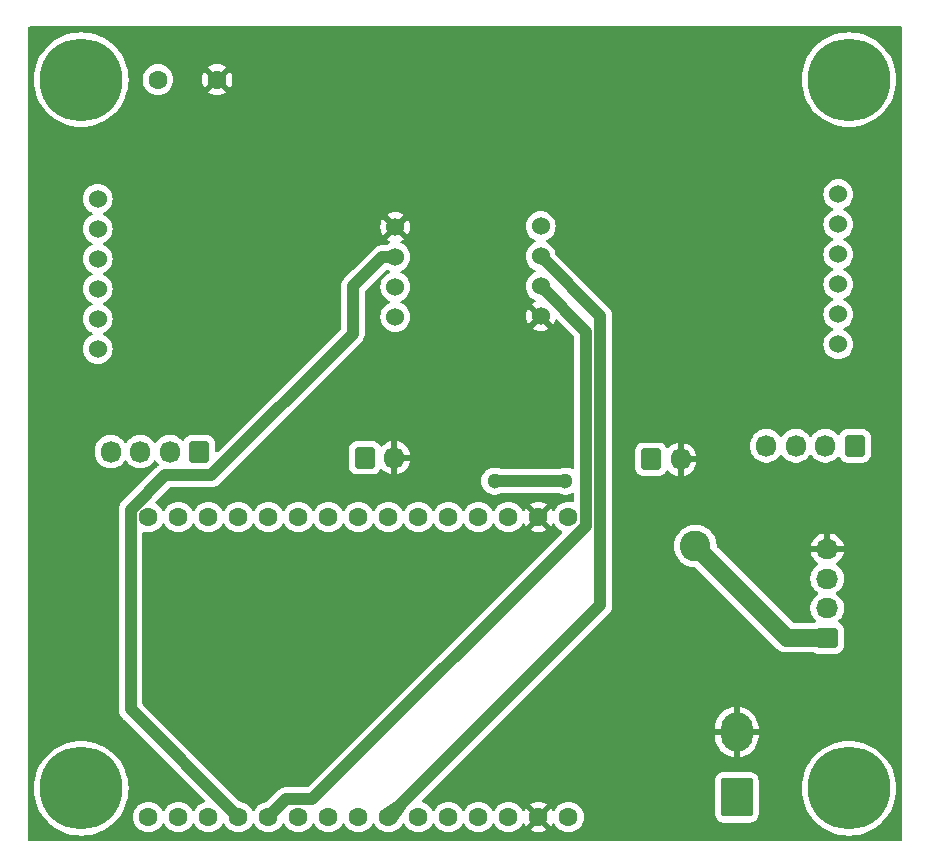
<source format=gbr>
%TF.GenerationSoftware,KiCad,Pcbnew,8.0.8*%
%TF.CreationDate,2025-06-20T17:38:55+09:00*%
%TF.ProjectId,4thfloor_pole,34746866-6c6f-46f7-925f-706f6c652e6b,rev?*%
%TF.SameCoordinates,Original*%
%TF.FileFunction,Copper,L2,Bot*%
%TF.FilePolarity,Positive*%
%FSLAX46Y46*%
G04 Gerber Fmt 4.6, Leading zero omitted, Abs format (unit mm)*
G04 Created by KiCad (PCBNEW 8.0.8) date 2025-06-20 17:38:55*
%MOMM*%
%LPD*%
G01*
G04 APERTURE LIST*
G04 Aperture macros list*
%AMRoundRect*
0 Rectangle with rounded corners*
0 $1 Rounding radius*
0 $2 $3 $4 $5 $6 $7 $8 $9 X,Y pos of 4 corners*
0 Add a 4 corners polygon primitive as box body*
4,1,4,$2,$3,$4,$5,$6,$7,$8,$9,$2,$3,0*
0 Add four circle primitives for the rounded corners*
1,1,$1+$1,$2,$3*
1,1,$1+$1,$4,$5*
1,1,$1+$1,$6,$7*
1,1,$1+$1,$8,$9*
0 Add four rect primitives between the rounded corners*
20,1,$1+$1,$2,$3,$4,$5,0*
20,1,$1+$1,$4,$5,$6,$7,0*
20,1,$1+$1,$6,$7,$8,$9,0*
20,1,$1+$1,$8,$9,$2,$3,0*%
G04 Aperture macros list end*
%TA.AperFunction,ComponentPad*%
%ADD10O,1.700000X1.850000*%
%TD*%
%TA.AperFunction,ComponentPad*%
%ADD11RoundRect,0.250000X-0.600000X-0.675000X0.600000X-0.675000X0.600000X0.675000X-0.600000X0.675000X0*%
%TD*%
%TA.AperFunction,ComponentPad*%
%ADD12RoundRect,0.250001X1.099999X1.399999X-1.099999X1.399999X-1.099999X-1.399999X1.099999X-1.399999X0*%
%TD*%
%TA.AperFunction,ComponentPad*%
%ADD13O,2.700000X3.300000*%
%TD*%
%TA.AperFunction,ComponentPad*%
%ADD14C,7.000000*%
%TD*%
%TA.AperFunction,ComponentPad*%
%ADD15C,1.524000*%
%TD*%
%TA.AperFunction,ComponentPad*%
%ADD16RoundRect,0.250000X0.600000X0.675000X-0.600000X0.675000X-0.600000X-0.675000X0.600000X-0.675000X0*%
%TD*%
%TA.AperFunction,ComponentPad*%
%ADD17RoundRect,0.250000X0.675000X-0.600000X0.675000X0.600000X-0.675000X0.600000X-0.675000X-0.600000X0*%
%TD*%
%TA.AperFunction,ComponentPad*%
%ADD18O,1.850000X1.700000*%
%TD*%
%TA.AperFunction,ComponentPad*%
%ADD19C,1.600000*%
%TD*%
%TA.AperFunction,ViaPad*%
%ADD20C,1.300000*%
%TD*%
%TA.AperFunction,ViaPad*%
%ADD21C,2.600000*%
%TD*%
%TA.AperFunction,Conductor*%
%ADD22C,1.000000*%
%TD*%
%TA.AperFunction,Conductor*%
%ADD23C,1.500000*%
%TD*%
G04 APERTURE END LIST*
D10*
%TO.P,J6,2,Pin_2*%
%TO.N,GND*%
X244750000Y-92150000D03*
D11*
%TO.P,J6,1,Pin_1*%
%TO.N,/LED_RIGHT*%
X242250000Y-92150000D03*
%TD*%
D12*
%TO.P,J5,1,Pin_1*%
%TO.N,+5V*%
X249500000Y-120750000D03*
D13*
%TO.P,J5,2,Pin_2*%
%TO.N,GND*%
X249500000Y-115250000D03*
%TD*%
D14*
%TO.P,H4,1*%
%TO.N,N/C*%
X259000000Y-120000000D03*
%TD*%
%TO.P,H3,1*%
%TO.N,N/C*%
X194000000Y-120000000D03*
%TD*%
%TO.P,H2,1*%
%TO.N,N/C*%
X259000000Y-60000000D03*
%TD*%
D15*
%TO.P,U2,1,GND*%
%TO.N,GND*%
X232900000Y-80025000D03*
%TO.P,U2,2,DT*%
%TO.N,/DT_RIGHT*%
X232900000Y-77485000D03*
%TO.P,U2,3,SCK*%
%TO.N,/CLK_RIGHT*%
X232900000Y-74945000D03*
%TO.P,U2,4,Vcc*%
%TO.N,+3V3*%
X232900000Y-72405000D03*
%TO.P,U2,5,E+*%
%TO.N,/E+_RIGHT*%
X258100000Y-82405000D03*
%TO.P,U2,6,E-*%
%TO.N,/E-_RIGHT*%
X258100000Y-79865000D03*
%TO.P,U2,7,A-*%
%TO.N,/A-_RIGHT*%
X258100000Y-77325000D03*
%TO.P,U2,8,A+*%
%TO.N,/A+_RIGHT*%
X258100000Y-74785000D03*
%TO.P,U2,9,B-*%
%TO.N,unconnected-(U2-B--Pad9)*%
X258100000Y-72245000D03*
%TO.P,U2,10,B+*%
%TO.N,unconnected-(U2-B+-Pad10)*%
X258100000Y-69705000D03*
%TD*%
%TO.P,U1,1,GND*%
%TO.N,GND*%
X220600000Y-72475000D03*
%TO.P,U1,2,DT*%
%TO.N,/DT_LEFT*%
X220600000Y-75015000D03*
%TO.P,U1,3,SCK*%
%TO.N,/CLK_LEFT*%
X220600000Y-77555000D03*
%TO.P,U1,4,Vcc*%
%TO.N,+3V3*%
X220600000Y-80095000D03*
%TO.P,U1,5,E+*%
%TO.N,/E+_LEFT*%
X195400000Y-70095000D03*
%TO.P,U1,6,E-*%
%TO.N,/E-_LEFT*%
X195400000Y-72635000D03*
%TO.P,U1,7,A-*%
%TO.N,/A-_LEFT*%
X195400000Y-75175000D03*
%TO.P,U1,8,A+*%
%TO.N,/A+_LEFT*%
X195400000Y-77715000D03*
%TO.P,U1,9,B-*%
%TO.N,unconnected-(U1-B--Pad9)*%
X195400000Y-80255000D03*
%TO.P,U1,10,B+*%
%TO.N,unconnected-(U1-B+-Pad10)*%
X195400000Y-82795000D03*
%TD*%
D10*
%TO.P,J4,2,Pin_2*%
%TO.N,GND*%
X220500000Y-92000000D03*
D11*
%TO.P,J4,1,Pin_1*%
%TO.N,/LED_LEFT*%
X218000000Y-92000000D03*
%TD*%
D16*
%TO.P,J3,1,Pin_1*%
%TO.N,/E+_RIGHT*%
X259500000Y-91000000D03*
D10*
%TO.P,J3,2,Pin_2*%
%TO.N,/E-_RIGHT*%
X257000000Y-91000000D03*
%TO.P,J3,3,Pin_3*%
%TO.N,/A-_RIGHT*%
X254500000Y-91000000D03*
%TO.P,J3,4,Pin_4*%
%TO.N,/A+_RIGHT*%
X252000000Y-91000000D03*
%TD*%
%TO.P,J2,4,Pin_4*%
%TO.N,/A+_LEFT*%
X196500000Y-91500000D03*
%TO.P,J2,3,Pin_3*%
%TO.N,/A-_LEFT*%
X199000000Y-91500000D03*
%TO.P,J2,2,Pin_2*%
%TO.N,/E-_LEFT*%
X201500000Y-91500000D03*
D16*
%TO.P,J2,1,Pin_1*%
%TO.N,/E+_LEFT*%
X204000000Y-91500000D03*
%TD*%
D17*
%TO.P,J1,1,Pin_1*%
%TO.N,+3V3*%
X257150000Y-107250000D03*
D18*
%TO.P,J1,2,Pin_2*%
%TO.N,/DISPLAY_RX*%
X257150000Y-104750000D03*
%TO.P,J1,3,Pin_3*%
%TO.N,/DISPLAY_TX*%
X257150000Y-102250000D03*
%TO.P,J1,4,Pin_4*%
%TO.N,GND*%
X257150000Y-99750000D03*
%TD*%
D14*
%TO.P,H1,1,1*%
%TO.N,Net-(C1-Pad1)*%
X194000000Y-60000000D03*
%TD*%
D19*
%TO.P,C1,1*%
%TO.N,Net-(C1-Pad1)*%
X200500000Y-60000000D03*
%TO.P,C1,2*%
%TO.N,GND*%
X205500000Y-60000000D03*
%TD*%
%TO.P,MOD1,1,GND*%
%TO.N,GND*%
X232706806Y-122432022D03*
X232706806Y-97032022D03*
%TO.P,MOD1,2,3V3*%
%TO.N,+3V3*%
X235246806Y-97032022D03*
%TO.P,MOD1,3,EN*%
%TO.N,unconnected-(MOD1-EN-Pad3)*%
X199686806Y-122432022D03*
%TO.P,MOD1,4,SENSOR_VP*%
%TO.N,unconnected-(MOD1-SENSOR_VP-Pad4)*%
X202226806Y-122432022D03*
%TO.P,MOD1,5,SENSOR_VN*%
%TO.N,unconnected-(MOD1-SENSOR_VN-Pad5)*%
X204766806Y-122432022D03*
%TO.P,MOD1,6,IO34*%
%TO.N,/DT_LEFT*%
X207306806Y-122432022D03*
%TO.P,MOD1,7,IO35*%
%TO.N,/DT_RIGHT*%
X209846806Y-122432022D03*
%TO.P,MOD1,8,IO32*%
%TO.N,unconnected-(MOD1-IO32-Pad8)*%
X212386806Y-122432022D03*
%TO.P,MOD1,9,IO33*%
%TO.N,unconnected-(MOD1-IO33-Pad9)*%
X214926806Y-122432022D03*
%TO.P,MOD1,10,IO25*%
%TO.N,/CLK_LEFT*%
X217466806Y-122432022D03*
%TO.P,MOD1,11,IO26*%
%TO.N,/CLK_RIGHT*%
X220006806Y-122432022D03*
%TO.P,MOD1,12,IO27*%
%TO.N,unconnected-(MOD1-IO27-Pad12)*%
X222546806Y-122432022D03*
%TO.P,MOD1,13,IO14*%
%TO.N,unconnected-(MOD1-IO14-Pad13)*%
X225086806Y-122432022D03*
%TO.P,MOD1,14,IO12*%
%TO.N,unconnected-(MOD1-IO12-Pad14)*%
X227626806Y-122432022D03*
%TO.P,MOD1,15,VIN*%
%TO.N,+5V*%
X235246806Y-122432022D03*
%TO.P,MOD1,16,IO13*%
%TO.N,unconnected-(MOD1-IO13-Pad16)*%
X230166806Y-122432022D03*
%TO.P,MOD1,23,IO15*%
%TO.N,unconnected-(MOD1-IO15-Pad23)*%
X230166806Y-97032022D03*
%TO.P,MOD1,24,IO2*%
%TO.N,unconnected-(MOD1-IO2-Pad24)*%
X227626806Y-97032022D03*
%TO.P,MOD1,26,IO4*%
%TO.N,unconnected-(MOD1-IO4-Pad26)*%
X225086806Y-97032022D03*
%TO.P,MOD1,27,IO16*%
%TO.N,/DISPLAY_TX*%
X222546806Y-97032022D03*
%TO.P,MOD1,28,IO17*%
%TO.N,/DISPLAY_RX*%
X220006806Y-97032022D03*
%TO.P,MOD1,29,IO5*%
%TO.N,unconnected-(MOD1-IO5-Pad29)*%
X217466806Y-97032022D03*
%TO.P,MOD1,30,IO18*%
%TO.N,/LED_RIGHT*%
X214926806Y-97032022D03*
%TO.P,MOD1,31,IO19*%
%TO.N,/LED_LEFT*%
X212386806Y-97032022D03*
%TO.P,MOD1,33,IO21*%
%TO.N,unconnected-(MOD1-IO21-Pad33)*%
X209846806Y-97032022D03*
%TO.P,MOD1,34,RXD0*%
%TO.N,unconnected-(MOD1-RXD0-Pad34)*%
X207306806Y-97032022D03*
%TO.P,MOD1,35,TXD0*%
%TO.N,unconnected-(MOD1-TXD0-Pad35)*%
X204766806Y-97032022D03*
%TO.P,MOD1,36,IO22*%
%TO.N,unconnected-(MOD1-IO22-Pad36)*%
X202226806Y-97032022D03*
%TO.P,MOD1,37,IO23*%
%TO.N,unconnected-(MOD1-IO23-Pad37)*%
X199686806Y-97032022D03*
%TD*%
D20*
%TO.N,/LED_RIGHT*%
X235000000Y-94000000D03*
X229000000Y-94000000D03*
D21*
%TO.N,+3V3*%
X246000000Y-99500000D03*
D20*
%TO.N,GND*%
X214000000Y-80000000D03*
X211000000Y-80000000D03*
X208000000Y-80000000D03*
X214000000Y-77500000D03*
X211000000Y-77500000D03*
X208000000Y-77500000D03*
X248500000Y-80000000D03*
X244500000Y-80000000D03*
X240500000Y-80000000D03*
X248500000Y-76500000D03*
X244500000Y-76500000D03*
X240500000Y-76500000D03*
X214500000Y-110500000D03*
X214500000Y-107500000D03*
X211000000Y-107500000D03*
X214500000Y-104500000D03*
X211000000Y-104500000D03*
X207500000Y-104500000D03*
X248500000Y-73500000D03*
X244500000Y-73500000D03*
X240500000Y-73500000D03*
X214000000Y-75000000D03*
X211000000Y-75000000D03*
X208000000Y-75000000D03*
%TD*%
D22*
%TO.N,/LED_RIGHT*%
X229000000Y-94000000D02*
X235000000Y-94000000D01*
D23*
%TO.N,+3V3*%
X253750000Y-107250000D02*
X257150000Y-107250000D01*
X246000000Y-99500000D02*
X253750000Y-107250000D01*
D22*
%TO.N,/CLK_RIGHT*%
X237946806Y-79991806D02*
X232900000Y-74945000D01*
X220006806Y-122432022D02*
X237946806Y-104492022D01*
X237946806Y-104492022D02*
X237946806Y-79991806D01*
%TO.N,/DT_RIGHT*%
X236746806Y-81331806D02*
X232900000Y-77485000D01*
X211346806Y-120932022D02*
X213567978Y-120932022D01*
X213567978Y-120932022D02*
X236746806Y-97753194D01*
X236746806Y-97753194D02*
X236746806Y-81331806D01*
X209846806Y-122432022D02*
X211346806Y-120932022D01*
%TO.N,/DT_LEFT*%
X205000000Y-93500000D02*
X217000000Y-81500000D01*
X217000000Y-81500000D02*
X217000000Y-77500000D01*
X201097507Y-93500000D02*
X205000000Y-93500000D01*
X198186806Y-96410701D02*
X201097507Y-93500000D01*
X198186806Y-113312022D02*
X198186806Y-96410701D01*
X217000000Y-77500000D02*
X219485000Y-75015000D01*
X207306806Y-122432022D02*
X198186806Y-113312022D01*
X219485000Y-75015000D02*
X220600000Y-75015000D01*
%TD*%
%TA.AperFunction,Conductor*%
%TO.N,GND*%
G36*
X232306806Y-97084683D02*
G01*
X232334065Y-97186416D01*
X232386726Y-97277628D01*
X232461200Y-97352102D01*
X232552412Y-97404763D01*
X232654145Y-97432022D01*
X232660359Y-97432022D01*
X231981332Y-98111047D01*
X232054319Y-98162154D01*
X232054327Y-98162158D01*
X232260474Y-98258286D01*
X232260488Y-98258291D01*
X232480195Y-98317161D01*
X232480206Y-98317163D01*
X232706804Y-98336988D01*
X232706808Y-98336988D01*
X232933405Y-98317163D01*
X232933416Y-98317161D01*
X233153123Y-98258291D01*
X233153137Y-98258286D01*
X233359284Y-98162158D01*
X233432277Y-98111046D01*
X232753253Y-97432022D01*
X232759467Y-97432022D01*
X232861200Y-97404763D01*
X232952412Y-97352102D01*
X233026886Y-97277628D01*
X233079547Y-97186416D01*
X233106806Y-97084683D01*
X233106806Y-97078469D01*
X233785830Y-97757493D01*
X233836939Y-97684504D01*
X233864147Y-97626157D01*
X233910319Y-97573718D01*
X233977513Y-97554565D01*
X234044394Y-97574780D01*
X234088911Y-97626154D01*
X234116238Y-97684756D01*
X234154724Y-97739720D01*
X234246760Y-97871163D01*
X234407664Y-98032067D01*
X234407667Y-98032069D01*
X234594072Y-98162590D01*
X234657549Y-98192190D01*
X234709988Y-98238363D01*
X234729140Y-98305556D01*
X234708924Y-98372438D01*
X234692825Y-98392253D01*
X213189877Y-119895203D01*
X213128554Y-119928688D01*
X213102196Y-119931522D01*
X211248262Y-119931522D01*
X211054977Y-119969969D01*
X211054969Y-119969971D01*
X210982474Y-120000000D01*
X210982473Y-120000000D01*
X210872898Y-120045386D01*
X210872885Y-120045393D01*
X210709024Y-120154882D01*
X210709020Y-120154885D01*
X209758772Y-121105133D01*
X209697449Y-121138618D01*
X209681901Y-121140980D01*
X209620113Y-121146387D01*
X209400317Y-121205280D01*
X209400308Y-121205283D01*
X209194073Y-121301453D01*
X209194071Y-121301454D01*
X209007664Y-121431976D01*
X208846760Y-121592880D01*
X208716238Y-121779287D01*
X208716237Y-121779289D01*
X208689188Y-121837297D01*
X208643015Y-121889736D01*
X208575822Y-121908888D01*
X208508941Y-121888672D01*
X208464424Y-121837297D01*
X208437374Y-121779288D01*
X208306853Y-121592883D01*
X208306851Y-121592880D01*
X208145947Y-121431976D01*
X207959540Y-121301454D01*
X207959538Y-121301453D01*
X207753303Y-121205283D01*
X207753294Y-121205280D01*
X207533503Y-121146388D01*
X207533493Y-121146386D01*
X207471711Y-121140981D01*
X207406642Y-121115528D01*
X207394838Y-121105134D01*
X199223625Y-112933920D01*
X199190140Y-112872597D01*
X199187306Y-112846239D01*
X199187306Y-98406158D01*
X199206991Y-98339119D01*
X199259795Y-98293364D01*
X199328953Y-98283420D01*
X199343388Y-98286380D01*
X199460114Y-98317657D01*
X199622036Y-98331823D01*
X199686804Y-98337490D01*
X199686806Y-98337490D01*
X199686808Y-98337490D01*
X199743479Y-98332531D01*
X199913498Y-98317657D01*
X200133302Y-98258761D01*
X200339540Y-98162590D01*
X200525945Y-98032069D01*
X200686853Y-97871161D01*
X200817374Y-97684756D01*
X200844424Y-97626746D01*
X200890596Y-97574307D01*
X200957789Y-97555155D01*
X201024671Y-97575370D01*
X201069188Y-97626747D01*
X201096235Y-97684750D01*
X201096238Y-97684756D01*
X201226760Y-97871163D01*
X201387664Y-98032067D01*
X201387667Y-98032069D01*
X201574072Y-98162590D01*
X201780310Y-98258761D01*
X202000114Y-98317657D01*
X202162036Y-98331823D01*
X202226804Y-98337490D01*
X202226806Y-98337490D01*
X202226808Y-98337490D01*
X202283479Y-98332531D01*
X202453498Y-98317657D01*
X202673302Y-98258761D01*
X202879540Y-98162590D01*
X203065945Y-98032069D01*
X203226853Y-97871161D01*
X203357374Y-97684756D01*
X203384424Y-97626746D01*
X203430596Y-97574307D01*
X203497789Y-97555155D01*
X203564671Y-97575370D01*
X203609188Y-97626747D01*
X203636235Y-97684750D01*
X203636238Y-97684756D01*
X203766760Y-97871163D01*
X203927664Y-98032067D01*
X203927667Y-98032069D01*
X204114072Y-98162590D01*
X204320310Y-98258761D01*
X204540114Y-98317657D01*
X204702036Y-98331823D01*
X204766804Y-98337490D01*
X204766806Y-98337490D01*
X204766808Y-98337490D01*
X204823479Y-98332531D01*
X204993498Y-98317657D01*
X205213302Y-98258761D01*
X205419540Y-98162590D01*
X205605945Y-98032069D01*
X205766853Y-97871161D01*
X205897374Y-97684756D01*
X205924424Y-97626746D01*
X205970596Y-97574307D01*
X206037789Y-97555155D01*
X206104671Y-97575370D01*
X206149188Y-97626747D01*
X206176235Y-97684750D01*
X206176238Y-97684756D01*
X206306760Y-97871163D01*
X206467664Y-98032067D01*
X206467667Y-98032069D01*
X206654072Y-98162590D01*
X206860310Y-98258761D01*
X207080114Y-98317657D01*
X207242036Y-98331823D01*
X207306804Y-98337490D01*
X207306806Y-98337490D01*
X207306808Y-98337490D01*
X207363479Y-98332531D01*
X207533498Y-98317657D01*
X207753302Y-98258761D01*
X207959540Y-98162590D01*
X208145945Y-98032069D01*
X208306853Y-97871161D01*
X208437374Y-97684756D01*
X208464424Y-97626746D01*
X208510596Y-97574307D01*
X208577789Y-97555155D01*
X208644671Y-97575370D01*
X208689188Y-97626747D01*
X208716235Y-97684750D01*
X208716238Y-97684756D01*
X208846760Y-97871163D01*
X209007664Y-98032067D01*
X209007667Y-98032069D01*
X209194072Y-98162590D01*
X209400310Y-98258761D01*
X209620114Y-98317657D01*
X209782036Y-98331823D01*
X209846804Y-98337490D01*
X209846806Y-98337490D01*
X209846808Y-98337490D01*
X209903479Y-98332531D01*
X210073498Y-98317657D01*
X210293302Y-98258761D01*
X210499540Y-98162590D01*
X210685945Y-98032069D01*
X210846853Y-97871161D01*
X210977374Y-97684756D01*
X211004424Y-97626746D01*
X211050596Y-97574307D01*
X211117789Y-97555155D01*
X211184671Y-97575370D01*
X211229188Y-97626747D01*
X211256235Y-97684750D01*
X211256238Y-97684756D01*
X211386760Y-97871163D01*
X211547664Y-98032067D01*
X211547667Y-98032069D01*
X211734072Y-98162590D01*
X211940310Y-98258761D01*
X212160114Y-98317657D01*
X212322036Y-98331823D01*
X212386804Y-98337490D01*
X212386806Y-98337490D01*
X212386808Y-98337490D01*
X212443479Y-98332531D01*
X212613498Y-98317657D01*
X212833302Y-98258761D01*
X213039540Y-98162590D01*
X213225945Y-98032069D01*
X213386853Y-97871161D01*
X213517374Y-97684756D01*
X213544424Y-97626746D01*
X213590596Y-97574307D01*
X213657789Y-97555155D01*
X213724671Y-97575370D01*
X213769188Y-97626747D01*
X213796235Y-97684750D01*
X213796238Y-97684756D01*
X213926760Y-97871163D01*
X214087664Y-98032067D01*
X214087667Y-98032069D01*
X214274072Y-98162590D01*
X214480310Y-98258761D01*
X214700114Y-98317657D01*
X214862036Y-98331823D01*
X214926804Y-98337490D01*
X214926806Y-98337490D01*
X214926808Y-98337490D01*
X214983479Y-98332531D01*
X215153498Y-98317657D01*
X215373302Y-98258761D01*
X215579540Y-98162590D01*
X215765945Y-98032069D01*
X215926853Y-97871161D01*
X216057374Y-97684756D01*
X216084424Y-97626746D01*
X216130596Y-97574307D01*
X216197789Y-97555155D01*
X216264671Y-97575370D01*
X216309188Y-97626747D01*
X216336235Y-97684750D01*
X216336238Y-97684756D01*
X216466760Y-97871163D01*
X216627664Y-98032067D01*
X216627667Y-98032069D01*
X216814072Y-98162590D01*
X217020310Y-98258761D01*
X217240114Y-98317657D01*
X217402036Y-98331823D01*
X217466804Y-98337490D01*
X217466806Y-98337490D01*
X217466808Y-98337490D01*
X217523479Y-98332531D01*
X217693498Y-98317657D01*
X217913302Y-98258761D01*
X218119540Y-98162590D01*
X218305945Y-98032069D01*
X218466853Y-97871161D01*
X218597374Y-97684756D01*
X218624424Y-97626746D01*
X218670596Y-97574307D01*
X218737789Y-97555155D01*
X218804671Y-97575370D01*
X218849188Y-97626747D01*
X218876235Y-97684750D01*
X218876238Y-97684756D01*
X219006760Y-97871163D01*
X219167664Y-98032067D01*
X219167667Y-98032069D01*
X219354072Y-98162590D01*
X219560310Y-98258761D01*
X219780114Y-98317657D01*
X219942036Y-98331823D01*
X220006804Y-98337490D01*
X220006806Y-98337490D01*
X220006808Y-98337490D01*
X220063479Y-98332531D01*
X220233498Y-98317657D01*
X220453302Y-98258761D01*
X220659540Y-98162590D01*
X220845945Y-98032069D01*
X221006853Y-97871161D01*
X221137374Y-97684756D01*
X221164424Y-97626746D01*
X221210596Y-97574307D01*
X221277789Y-97555155D01*
X221344671Y-97575370D01*
X221389188Y-97626747D01*
X221416235Y-97684750D01*
X221416238Y-97684756D01*
X221546760Y-97871163D01*
X221707664Y-98032067D01*
X221707667Y-98032069D01*
X221894072Y-98162590D01*
X222100310Y-98258761D01*
X222320114Y-98317657D01*
X222482036Y-98331823D01*
X222546804Y-98337490D01*
X222546806Y-98337490D01*
X222546808Y-98337490D01*
X222603479Y-98332531D01*
X222773498Y-98317657D01*
X222993302Y-98258761D01*
X223199540Y-98162590D01*
X223385945Y-98032069D01*
X223546853Y-97871161D01*
X223677374Y-97684756D01*
X223704424Y-97626746D01*
X223750596Y-97574307D01*
X223817789Y-97555155D01*
X223884671Y-97575370D01*
X223929188Y-97626747D01*
X223956235Y-97684750D01*
X223956238Y-97684756D01*
X224086760Y-97871163D01*
X224247664Y-98032067D01*
X224247667Y-98032069D01*
X224434072Y-98162590D01*
X224640310Y-98258761D01*
X224860114Y-98317657D01*
X225022036Y-98331823D01*
X225086804Y-98337490D01*
X225086806Y-98337490D01*
X225086808Y-98337490D01*
X225143479Y-98332531D01*
X225313498Y-98317657D01*
X225533302Y-98258761D01*
X225739540Y-98162590D01*
X225925945Y-98032069D01*
X226086853Y-97871161D01*
X226217374Y-97684756D01*
X226244424Y-97626746D01*
X226290596Y-97574307D01*
X226357789Y-97555155D01*
X226424671Y-97575370D01*
X226469188Y-97626747D01*
X226496235Y-97684750D01*
X226496238Y-97684756D01*
X226626760Y-97871163D01*
X226787664Y-98032067D01*
X226787667Y-98032069D01*
X226974072Y-98162590D01*
X227180310Y-98258761D01*
X227400114Y-98317657D01*
X227562036Y-98331823D01*
X227626804Y-98337490D01*
X227626806Y-98337490D01*
X227626808Y-98337490D01*
X227683479Y-98332531D01*
X227853498Y-98317657D01*
X228073302Y-98258761D01*
X228279540Y-98162590D01*
X228465945Y-98032069D01*
X228626853Y-97871161D01*
X228757374Y-97684756D01*
X228784424Y-97626746D01*
X228830596Y-97574307D01*
X228897789Y-97555155D01*
X228964671Y-97575370D01*
X229009188Y-97626747D01*
X229036235Y-97684750D01*
X229036238Y-97684756D01*
X229166760Y-97871163D01*
X229327664Y-98032067D01*
X229327667Y-98032069D01*
X229514072Y-98162590D01*
X229720310Y-98258761D01*
X229940114Y-98317657D01*
X230102036Y-98331823D01*
X230166804Y-98337490D01*
X230166806Y-98337490D01*
X230166808Y-98337490D01*
X230223479Y-98332531D01*
X230393498Y-98317657D01*
X230613302Y-98258761D01*
X230819540Y-98162590D01*
X231005945Y-98032069D01*
X231166853Y-97871161D01*
X231297374Y-97684756D01*
X231324699Y-97626156D01*
X231370871Y-97573717D01*
X231438064Y-97554565D01*
X231504945Y-97574780D01*
X231549463Y-97626156D01*
X231576670Y-97684502D01*
X231627780Y-97757494D01*
X232306806Y-97078468D01*
X232306806Y-97084683D01*
G37*
%TD.AperFunction*%
%TA.AperFunction,Conductor*%
G36*
X263442539Y-55520185D02*
G01*
X263488294Y-55572989D01*
X263499500Y-55624500D01*
X263499500Y-124375500D01*
X263479815Y-124442539D01*
X263427011Y-124488294D01*
X263375500Y-124499500D01*
X189624500Y-124499500D01*
X189557461Y-124479815D01*
X189511706Y-124427011D01*
X189500500Y-124375500D01*
X189500500Y-120000000D01*
X189994675Y-120000000D01*
X190013962Y-120392591D01*
X190013962Y-120392597D01*
X190013963Y-120392599D01*
X190071637Y-120781406D01*
X190167143Y-121162684D01*
X190299561Y-121532770D01*
X190299562Y-121532772D01*
X190467620Y-121888100D01*
X190646424Y-122186416D01*
X190669694Y-122225239D01*
X190850729Y-122469337D01*
X190903846Y-122540956D01*
X191167807Y-122832192D01*
X191459043Y-123096153D01*
X191459049Y-123096158D01*
X191774761Y-123330306D01*
X191774763Y-123330307D01*
X192111899Y-123532379D01*
X192111902Y-123532380D01*
X192111903Y-123532381D01*
X192467228Y-123700438D01*
X192837316Y-123832857D01*
X193218600Y-123928364D01*
X193607409Y-123986038D01*
X194000000Y-124005325D01*
X194392591Y-123986038D01*
X194781400Y-123928364D01*
X195162684Y-123832857D01*
X195532772Y-123700438D01*
X195888097Y-123532381D01*
X196225239Y-123330306D01*
X196540951Y-123096158D01*
X196832192Y-122832192D01*
X197096158Y-122540951D01*
X197330306Y-122225239D01*
X197532381Y-121888097D01*
X197700438Y-121532772D01*
X197832857Y-121162684D01*
X197928364Y-120781400D01*
X197986038Y-120392591D01*
X198005325Y-120000000D01*
X197986038Y-119607409D01*
X197928364Y-119218600D01*
X197832857Y-118837316D01*
X197700438Y-118467228D01*
X197532381Y-118111903D01*
X197330306Y-117774761D01*
X197096158Y-117459049D01*
X197096153Y-117459043D01*
X196832192Y-117167807D01*
X196540956Y-116903846D01*
X196363728Y-116772405D01*
X196225239Y-116669694D01*
X196075609Y-116580009D01*
X195888100Y-116467620D01*
X195532772Y-116299562D01*
X195532770Y-116299561D01*
X195162684Y-116167143D01*
X194781406Y-116071637D01*
X194781401Y-116071636D01*
X194781400Y-116071636D01*
X194637256Y-116050254D01*
X194392599Y-116013963D01*
X194392597Y-116013962D01*
X194392591Y-116013962D01*
X194000000Y-115994675D01*
X193607409Y-116013962D01*
X193607403Y-116013962D01*
X193607400Y-116013963D01*
X193218593Y-116071637D01*
X192837315Y-116167143D01*
X192467229Y-116299561D01*
X192467227Y-116299562D01*
X192111899Y-116467620D01*
X191774763Y-116669692D01*
X191459043Y-116903846D01*
X191167807Y-117167807D01*
X190903846Y-117459043D01*
X190669692Y-117774763D01*
X190467620Y-118111899D01*
X190299562Y-118467227D01*
X190299561Y-118467229D01*
X190167143Y-118837315D01*
X190071637Y-119218593D01*
X190071636Y-119218600D01*
X190013962Y-119607409D01*
X189994675Y-120000000D01*
X189500500Y-120000000D01*
X189500500Y-91318713D01*
X195149500Y-91318713D01*
X195149500Y-91681286D01*
X195182405Y-91889044D01*
X195182754Y-91891243D01*
X195236271Y-92055952D01*
X195248444Y-92093414D01*
X195344951Y-92282820D01*
X195469890Y-92454786D01*
X195620213Y-92605109D01*
X195792179Y-92730048D01*
X195792181Y-92730049D01*
X195792184Y-92730051D01*
X195981588Y-92826557D01*
X196183757Y-92892246D01*
X196393713Y-92925500D01*
X196393714Y-92925500D01*
X196606286Y-92925500D01*
X196606287Y-92925500D01*
X196816243Y-92892246D01*
X197018412Y-92826557D01*
X197207816Y-92730051D01*
X197255571Y-92695355D01*
X197379786Y-92605109D01*
X197379788Y-92605106D01*
X197379792Y-92605104D01*
X197530104Y-92454792D01*
X197649683Y-92290204D01*
X197705011Y-92247540D01*
X197774624Y-92241561D01*
X197836420Y-92274166D01*
X197850313Y-92290199D01*
X197930088Y-92400000D01*
X197969896Y-92454792D01*
X198120213Y-92605109D01*
X198292179Y-92730048D01*
X198292181Y-92730049D01*
X198292184Y-92730051D01*
X198481588Y-92826557D01*
X198683757Y-92892246D01*
X198893713Y-92925500D01*
X198893714Y-92925500D01*
X199106286Y-92925500D01*
X199106287Y-92925500D01*
X199316243Y-92892246D01*
X199518412Y-92826557D01*
X199707816Y-92730051D01*
X199755571Y-92695355D01*
X199879786Y-92605109D01*
X199879788Y-92605106D01*
X199879792Y-92605104D01*
X200030104Y-92454792D01*
X200149683Y-92290204D01*
X200205011Y-92247540D01*
X200274624Y-92241561D01*
X200336420Y-92274166D01*
X200350313Y-92290199D01*
X200430088Y-92400000D01*
X200469896Y-92454792D01*
X200519677Y-92504573D01*
X200553162Y-92565896D01*
X200548178Y-92635588D01*
X200506306Y-92691521D01*
X200500888Y-92695355D01*
X200459727Y-92722858D01*
X200459726Y-92722859D01*
X200400029Y-92782557D01*
X200320368Y-92862218D01*
X200320365Y-92862221D01*
X197549027Y-95633559D01*
X197549024Y-95633562D01*
X197479344Y-95703241D01*
X197409665Y-95772920D01*
X197300177Y-95936780D01*
X197300170Y-95936793D01*
X197260746Y-96031974D01*
X197260746Y-96031975D01*
X197224755Y-96118865D01*
X197215354Y-96166128D01*
X197186306Y-96312157D01*
X197186306Y-96312160D01*
X197186306Y-113410563D01*
X197186306Y-113410565D01*
X197186305Y-113410565D01*
X197224753Y-113603851D01*
X197224756Y-113603861D01*
X197300170Y-113785929D01*
X197300177Y-113785942D01*
X197409665Y-113949802D01*
X197409666Y-113949803D01*
X197409667Y-113949804D01*
X197549024Y-114089161D01*
X197549025Y-114089161D01*
X197556092Y-114096228D01*
X197556091Y-114096228D01*
X197556095Y-114096231D01*
X204440405Y-120980542D01*
X204473890Y-121041865D01*
X204468906Y-121111557D01*
X204427034Y-121167490D01*
X204384818Y-121187998D01*
X204320314Y-121205281D01*
X204320308Y-121205283D01*
X204114073Y-121301453D01*
X204114071Y-121301454D01*
X203927664Y-121431976D01*
X203766760Y-121592880D01*
X203636238Y-121779287D01*
X203636237Y-121779289D01*
X203609188Y-121837297D01*
X203563015Y-121889736D01*
X203495822Y-121908888D01*
X203428941Y-121888672D01*
X203384424Y-121837297D01*
X203357374Y-121779288D01*
X203226853Y-121592883D01*
X203226851Y-121592880D01*
X203065947Y-121431976D01*
X202879540Y-121301454D01*
X202879538Y-121301453D01*
X202673303Y-121205283D01*
X202673294Y-121205280D01*
X202453503Y-121146388D01*
X202453499Y-121146387D01*
X202453498Y-121146387D01*
X202453497Y-121146386D01*
X202453492Y-121146386D01*
X202226808Y-121126554D01*
X202226804Y-121126554D01*
X202000119Y-121146386D01*
X202000108Y-121146388D01*
X201780317Y-121205280D01*
X201780308Y-121205283D01*
X201574073Y-121301453D01*
X201574071Y-121301454D01*
X201387664Y-121431976D01*
X201226760Y-121592880D01*
X201096238Y-121779287D01*
X201096237Y-121779289D01*
X201069188Y-121837297D01*
X201023015Y-121889736D01*
X200955822Y-121908888D01*
X200888941Y-121888672D01*
X200844424Y-121837297D01*
X200817374Y-121779288D01*
X200686853Y-121592883D01*
X200686851Y-121592880D01*
X200525947Y-121431976D01*
X200339540Y-121301454D01*
X200339538Y-121301453D01*
X200133303Y-121205283D01*
X200133294Y-121205280D01*
X199913503Y-121146388D01*
X199913499Y-121146387D01*
X199913498Y-121146387D01*
X199913497Y-121146386D01*
X199913492Y-121146386D01*
X199686808Y-121126554D01*
X199686804Y-121126554D01*
X199460119Y-121146386D01*
X199460108Y-121146388D01*
X199240317Y-121205280D01*
X199240308Y-121205283D01*
X199034073Y-121301453D01*
X199034071Y-121301454D01*
X198847664Y-121431976D01*
X198686760Y-121592880D01*
X198556238Y-121779287D01*
X198556237Y-121779289D01*
X198460067Y-121985524D01*
X198460064Y-121985533D01*
X198401172Y-122205324D01*
X198401170Y-122205335D01*
X198381338Y-122432020D01*
X198381338Y-122432023D01*
X198401170Y-122658708D01*
X198401172Y-122658719D01*
X198460064Y-122878510D01*
X198460067Y-122878519D01*
X198556237Y-123084754D01*
X198556238Y-123084756D01*
X198686760Y-123271163D01*
X198847664Y-123432067D01*
X198847667Y-123432069D01*
X199034072Y-123562590D01*
X199240310Y-123658761D01*
X199460114Y-123717657D01*
X199622036Y-123731823D01*
X199686804Y-123737490D01*
X199686806Y-123737490D01*
X199686808Y-123737490D01*
X199743479Y-123732531D01*
X199913498Y-123717657D01*
X200133302Y-123658761D01*
X200339540Y-123562590D01*
X200525945Y-123432069D01*
X200686853Y-123271161D01*
X200817374Y-123084756D01*
X200844424Y-123026746D01*
X200890596Y-122974307D01*
X200957789Y-122955155D01*
X201024671Y-122975370D01*
X201069188Y-123026747D01*
X201096235Y-123084750D01*
X201096238Y-123084756D01*
X201226760Y-123271163D01*
X201387664Y-123432067D01*
X201387667Y-123432069D01*
X201574072Y-123562590D01*
X201780310Y-123658761D01*
X202000114Y-123717657D01*
X202162036Y-123731823D01*
X202226804Y-123737490D01*
X202226806Y-123737490D01*
X202226808Y-123737490D01*
X202283479Y-123732531D01*
X202453498Y-123717657D01*
X202673302Y-123658761D01*
X202879540Y-123562590D01*
X203065945Y-123432069D01*
X203226853Y-123271161D01*
X203357374Y-123084756D01*
X203384424Y-123026746D01*
X203430596Y-122974307D01*
X203497789Y-122955155D01*
X203564671Y-122975370D01*
X203609188Y-123026747D01*
X203636235Y-123084750D01*
X203636238Y-123084756D01*
X203766760Y-123271163D01*
X203927664Y-123432067D01*
X203927667Y-123432069D01*
X204114072Y-123562590D01*
X204320310Y-123658761D01*
X204540114Y-123717657D01*
X204702036Y-123731823D01*
X204766804Y-123737490D01*
X204766806Y-123737490D01*
X204766808Y-123737490D01*
X204823479Y-123732531D01*
X204993498Y-123717657D01*
X205213302Y-123658761D01*
X205419540Y-123562590D01*
X205605945Y-123432069D01*
X205766853Y-123271161D01*
X205897374Y-123084756D01*
X205924424Y-123026746D01*
X205970596Y-122974307D01*
X206037789Y-122955155D01*
X206104671Y-122975370D01*
X206149188Y-123026747D01*
X206176235Y-123084750D01*
X206176238Y-123084756D01*
X206306760Y-123271163D01*
X206467664Y-123432067D01*
X206467667Y-123432069D01*
X206654072Y-123562590D01*
X206860310Y-123658761D01*
X207080114Y-123717657D01*
X207242036Y-123731823D01*
X207306804Y-123737490D01*
X207306806Y-123737490D01*
X207306808Y-123737490D01*
X207363479Y-123732531D01*
X207533498Y-123717657D01*
X207753302Y-123658761D01*
X207959540Y-123562590D01*
X208145945Y-123432069D01*
X208306853Y-123271161D01*
X208437374Y-123084756D01*
X208464424Y-123026746D01*
X208510596Y-122974307D01*
X208577789Y-122955155D01*
X208644671Y-122975370D01*
X208689188Y-123026747D01*
X208716235Y-123084750D01*
X208716238Y-123084756D01*
X208846760Y-123271163D01*
X209007664Y-123432067D01*
X209007667Y-123432069D01*
X209194072Y-123562590D01*
X209400310Y-123658761D01*
X209620114Y-123717657D01*
X209782036Y-123731823D01*
X209846804Y-123737490D01*
X209846806Y-123737490D01*
X209846808Y-123737490D01*
X209903479Y-123732531D01*
X210073498Y-123717657D01*
X210293302Y-123658761D01*
X210499540Y-123562590D01*
X210685945Y-123432069D01*
X210846853Y-123271161D01*
X210977374Y-123084756D01*
X211004424Y-123026746D01*
X211050596Y-122974307D01*
X211117789Y-122955155D01*
X211184671Y-122975370D01*
X211229188Y-123026747D01*
X211256235Y-123084750D01*
X211256238Y-123084756D01*
X211386760Y-123271163D01*
X211547664Y-123432067D01*
X211547667Y-123432069D01*
X211734072Y-123562590D01*
X211940310Y-123658761D01*
X212160114Y-123717657D01*
X212322036Y-123731823D01*
X212386804Y-123737490D01*
X212386806Y-123737490D01*
X212386808Y-123737490D01*
X212443479Y-123732531D01*
X212613498Y-123717657D01*
X212833302Y-123658761D01*
X213039540Y-123562590D01*
X213225945Y-123432069D01*
X213386853Y-123271161D01*
X213517374Y-123084756D01*
X213544424Y-123026746D01*
X213590596Y-122974307D01*
X213657789Y-122955155D01*
X213724671Y-122975370D01*
X213769188Y-123026747D01*
X213796235Y-123084750D01*
X213796238Y-123084756D01*
X213926760Y-123271163D01*
X214087664Y-123432067D01*
X214087667Y-123432069D01*
X214274072Y-123562590D01*
X214480310Y-123658761D01*
X214700114Y-123717657D01*
X214862036Y-123731823D01*
X214926804Y-123737490D01*
X214926806Y-123737490D01*
X214926808Y-123737490D01*
X214983479Y-123732531D01*
X215153498Y-123717657D01*
X215373302Y-123658761D01*
X215579540Y-123562590D01*
X215765945Y-123432069D01*
X215926853Y-123271161D01*
X216057374Y-123084756D01*
X216084424Y-123026746D01*
X216130596Y-122974307D01*
X216197789Y-122955155D01*
X216264671Y-122975370D01*
X216309188Y-123026747D01*
X216336235Y-123084750D01*
X216336238Y-123084756D01*
X216466760Y-123271163D01*
X216627664Y-123432067D01*
X216627667Y-123432069D01*
X216814072Y-123562590D01*
X217020310Y-123658761D01*
X217240114Y-123717657D01*
X217402036Y-123731823D01*
X217466804Y-123737490D01*
X217466806Y-123737490D01*
X217466808Y-123737490D01*
X217523479Y-123732531D01*
X217693498Y-123717657D01*
X217913302Y-123658761D01*
X218119540Y-123562590D01*
X218305945Y-123432069D01*
X218466853Y-123271161D01*
X218597374Y-123084756D01*
X218624424Y-123026746D01*
X218670596Y-122974307D01*
X218737789Y-122955155D01*
X218804671Y-122975370D01*
X218849188Y-123026747D01*
X218876235Y-123084750D01*
X218876238Y-123084756D01*
X219006760Y-123271163D01*
X219167664Y-123432067D01*
X219167667Y-123432069D01*
X219354072Y-123562590D01*
X219560310Y-123658761D01*
X219780114Y-123717657D01*
X219942036Y-123731823D01*
X220006804Y-123737490D01*
X220006806Y-123737490D01*
X220006808Y-123737490D01*
X220063479Y-123732531D01*
X220233498Y-123717657D01*
X220453302Y-123658761D01*
X220659540Y-123562590D01*
X220845945Y-123432069D01*
X221006853Y-123271161D01*
X221137374Y-123084756D01*
X221158638Y-123039154D01*
X221168671Y-123021554D01*
X221175563Y-123011482D01*
X221229659Y-122967270D01*
X221299075Y-122959322D01*
X221361768Y-122990165D01*
X221390282Y-123029093D01*
X221416238Y-123084756D01*
X221416239Y-123084757D01*
X221546760Y-123271163D01*
X221707664Y-123432067D01*
X221707667Y-123432069D01*
X221894072Y-123562590D01*
X222100310Y-123658761D01*
X222320114Y-123717657D01*
X222482036Y-123731823D01*
X222546804Y-123737490D01*
X222546806Y-123737490D01*
X222546808Y-123737490D01*
X222603479Y-123732531D01*
X222773498Y-123717657D01*
X222993302Y-123658761D01*
X223199540Y-123562590D01*
X223385945Y-123432069D01*
X223546853Y-123271161D01*
X223677374Y-123084756D01*
X223704424Y-123026746D01*
X223750596Y-122974307D01*
X223817789Y-122955155D01*
X223884671Y-122975370D01*
X223929188Y-123026747D01*
X223956235Y-123084750D01*
X223956238Y-123084756D01*
X224086760Y-123271163D01*
X224247664Y-123432067D01*
X224247667Y-123432069D01*
X224434072Y-123562590D01*
X224640310Y-123658761D01*
X224860114Y-123717657D01*
X225022036Y-123731823D01*
X225086804Y-123737490D01*
X225086806Y-123737490D01*
X225086808Y-123737490D01*
X225143479Y-123732531D01*
X225313498Y-123717657D01*
X225533302Y-123658761D01*
X225739540Y-123562590D01*
X225925945Y-123432069D01*
X226086853Y-123271161D01*
X226217374Y-123084756D01*
X226244424Y-123026746D01*
X226290596Y-122974307D01*
X226357789Y-122955155D01*
X226424671Y-122975370D01*
X226469188Y-123026747D01*
X226496235Y-123084750D01*
X226496238Y-123084756D01*
X226626760Y-123271163D01*
X226787664Y-123432067D01*
X226787667Y-123432069D01*
X226974072Y-123562590D01*
X227180310Y-123658761D01*
X227400114Y-123717657D01*
X227562036Y-123731823D01*
X227626804Y-123737490D01*
X227626806Y-123737490D01*
X227626808Y-123737490D01*
X227683479Y-123732531D01*
X227853498Y-123717657D01*
X228073302Y-123658761D01*
X228279540Y-123562590D01*
X228465945Y-123432069D01*
X228626853Y-123271161D01*
X228757374Y-123084756D01*
X228784424Y-123026746D01*
X228830596Y-122974307D01*
X228897789Y-122955155D01*
X228964671Y-122975370D01*
X229009188Y-123026747D01*
X229036235Y-123084750D01*
X229036238Y-123084756D01*
X229166760Y-123271163D01*
X229327664Y-123432067D01*
X229327667Y-123432069D01*
X229514072Y-123562590D01*
X229720310Y-123658761D01*
X229940114Y-123717657D01*
X230102036Y-123731823D01*
X230166804Y-123737490D01*
X230166806Y-123737490D01*
X230166808Y-123737490D01*
X230223479Y-123732531D01*
X230393498Y-123717657D01*
X230613302Y-123658761D01*
X230819540Y-123562590D01*
X231005945Y-123432069D01*
X231166853Y-123271161D01*
X231297374Y-123084756D01*
X231324699Y-123026156D01*
X231370871Y-122973717D01*
X231438064Y-122954565D01*
X231504945Y-122974780D01*
X231549463Y-123026156D01*
X231576670Y-123084502D01*
X231627780Y-123157494D01*
X232306806Y-122478468D01*
X232306806Y-122484683D01*
X232334065Y-122586416D01*
X232386726Y-122677628D01*
X232461200Y-122752102D01*
X232552412Y-122804763D01*
X232654145Y-122832022D01*
X232660359Y-122832022D01*
X231981332Y-123511047D01*
X232054319Y-123562154D01*
X232054327Y-123562158D01*
X232260474Y-123658286D01*
X232260488Y-123658291D01*
X232480195Y-123717161D01*
X232480206Y-123717163D01*
X232706804Y-123736988D01*
X232706808Y-123736988D01*
X232933405Y-123717163D01*
X232933416Y-123717161D01*
X233153123Y-123658291D01*
X233153137Y-123658286D01*
X233359284Y-123562158D01*
X233432277Y-123511046D01*
X232753253Y-122832022D01*
X232759467Y-122832022D01*
X232861200Y-122804763D01*
X232952412Y-122752102D01*
X233026886Y-122677628D01*
X233079547Y-122586416D01*
X233106806Y-122484683D01*
X233106806Y-122478469D01*
X233785830Y-123157493D01*
X233836939Y-123084504D01*
X233864147Y-123026157D01*
X233910319Y-122973718D01*
X233977513Y-122954565D01*
X234044394Y-122974780D01*
X234088911Y-123026154D01*
X234116238Y-123084756D01*
X234116239Y-123084757D01*
X234246760Y-123271163D01*
X234407664Y-123432067D01*
X234407667Y-123432069D01*
X234594072Y-123562590D01*
X234800310Y-123658761D01*
X235020114Y-123717657D01*
X235182036Y-123731823D01*
X235246804Y-123737490D01*
X235246806Y-123737490D01*
X235246808Y-123737490D01*
X235303479Y-123732531D01*
X235473498Y-123717657D01*
X235693302Y-123658761D01*
X235899540Y-123562590D01*
X236085945Y-123432069D01*
X236246853Y-123271161D01*
X236377374Y-123084756D01*
X236473545Y-122878518D01*
X236532441Y-122658714D01*
X236552274Y-122432022D01*
X236532441Y-122205330D01*
X236473545Y-121985526D01*
X236377374Y-121779288D01*
X236246853Y-121592883D01*
X236246851Y-121592880D01*
X236085947Y-121431976D01*
X235899540Y-121301454D01*
X235899538Y-121301453D01*
X235693303Y-121205283D01*
X235693294Y-121205280D01*
X235473503Y-121146388D01*
X235473499Y-121146387D01*
X235473498Y-121146387D01*
X235473497Y-121146386D01*
X235473492Y-121146386D01*
X235246808Y-121126554D01*
X235246804Y-121126554D01*
X235020119Y-121146386D01*
X235020108Y-121146388D01*
X234800317Y-121205280D01*
X234800308Y-121205283D01*
X234594073Y-121301453D01*
X234594071Y-121301454D01*
X234407664Y-121431976D01*
X234246760Y-121592880D01*
X234116238Y-121779287D01*
X234116234Y-121779294D01*
X234088911Y-121837888D01*
X234042738Y-121890327D01*
X233975544Y-121909478D01*
X233908664Y-121889261D01*
X233864148Y-121837886D01*
X233836942Y-121779543D01*
X233836938Y-121779535D01*
X233785831Y-121706548D01*
X233106806Y-122385573D01*
X233106806Y-122379361D01*
X233079547Y-122277628D01*
X233026886Y-122186416D01*
X232952412Y-122111942D01*
X232861200Y-122059281D01*
X232759467Y-122032022D01*
X232753251Y-122032022D01*
X233432278Y-121352996D01*
X233359284Y-121301885D01*
X233153137Y-121205757D01*
X233153123Y-121205752D01*
X232933416Y-121146882D01*
X232933405Y-121146880D01*
X232706808Y-121127056D01*
X232706804Y-121127056D01*
X232480206Y-121146880D01*
X232480195Y-121146882D01*
X232260488Y-121205752D01*
X232260479Y-121205756D01*
X232054322Y-121301888D01*
X232054318Y-121301890D01*
X231981332Y-121352995D01*
X231981332Y-121352996D01*
X232660359Y-122032022D01*
X232654145Y-122032022D01*
X232552412Y-122059281D01*
X232461200Y-122111942D01*
X232386726Y-122186416D01*
X232334065Y-122277628D01*
X232306806Y-122379361D01*
X232306806Y-122385574D01*
X231627780Y-121706548D01*
X231627779Y-121706548D01*
X231576674Y-121779534D01*
X231576674Y-121779535D01*
X231549463Y-121837889D01*
X231503290Y-121890328D01*
X231436096Y-121909479D01*
X231369215Y-121889263D01*
X231324699Y-121837887D01*
X231297488Y-121779534D01*
X231297374Y-121779288D01*
X231166853Y-121592883D01*
X231166851Y-121592880D01*
X231005947Y-121431976D01*
X230819540Y-121301454D01*
X230819538Y-121301453D01*
X230613303Y-121205283D01*
X230613294Y-121205280D01*
X230393503Y-121146388D01*
X230393499Y-121146387D01*
X230393498Y-121146387D01*
X230393497Y-121146386D01*
X230393492Y-121146386D01*
X230166808Y-121126554D01*
X230166804Y-121126554D01*
X229940119Y-121146386D01*
X229940108Y-121146388D01*
X229720317Y-121205280D01*
X229720308Y-121205283D01*
X229514073Y-121301453D01*
X229514071Y-121301454D01*
X229327664Y-121431976D01*
X229166760Y-121592880D01*
X229036238Y-121779287D01*
X229036237Y-121779289D01*
X229009188Y-121837297D01*
X228963015Y-121889736D01*
X228895822Y-121908888D01*
X228828941Y-121888672D01*
X228784424Y-121837297D01*
X228757374Y-121779288D01*
X228626853Y-121592883D01*
X228626851Y-121592880D01*
X228465947Y-121431976D01*
X228279540Y-121301454D01*
X228279538Y-121301453D01*
X228073303Y-121205283D01*
X228073294Y-121205280D01*
X227853503Y-121146388D01*
X227853499Y-121146387D01*
X227853498Y-121146387D01*
X227853497Y-121146386D01*
X227853492Y-121146386D01*
X227626808Y-121126554D01*
X227626804Y-121126554D01*
X227400119Y-121146386D01*
X227400108Y-121146388D01*
X227180317Y-121205280D01*
X227180308Y-121205283D01*
X226974073Y-121301453D01*
X226974071Y-121301454D01*
X226787664Y-121431976D01*
X226626760Y-121592880D01*
X226496238Y-121779287D01*
X226496237Y-121779289D01*
X226469188Y-121837297D01*
X226423015Y-121889736D01*
X226355822Y-121908888D01*
X226288941Y-121888672D01*
X226244424Y-121837297D01*
X226217374Y-121779288D01*
X226086853Y-121592883D01*
X226086851Y-121592880D01*
X225925947Y-121431976D01*
X225739540Y-121301454D01*
X225739538Y-121301453D01*
X225533303Y-121205283D01*
X225533294Y-121205280D01*
X225313503Y-121146388D01*
X225313499Y-121146387D01*
X225313498Y-121146387D01*
X225313497Y-121146386D01*
X225313492Y-121146386D01*
X225086808Y-121126554D01*
X225086804Y-121126554D01*
X224860119Y-121146386D01*
X224860108Y-121146388D01*
X224640317Y-121205280D01*
X224640308Y-121205283D01*
X224434073Y-121301453D01*
X224434071Y-121301454D01*
X224247664Y-121431976D01*
X224086760Y-121592880D01*
X223956238Y-121779287D01*
X223956237Y-121779289D01*
X223929188Y-121837297D01*
X223883015Y-121889736D01*
X223815822Y-121908888D01*
X223748941Y-121888672D01*
X223704424Y-121837297D01*
X223677374Y-121779288D01*
X223546853Y-121592883D01*
X223546851Y-121592880D01*
X223385947Y-121431976D01*
X223199540Y-121301454D01*
X223199538Y-121301453D01*
X222993303Y-121205283D01*
X222993296Y-121205281D01*
X222928792Y-121187997D01*
X222869131Y-121151631D01*
X222838603Y-121088784D01*
X222846898Y-121019409D01*
X222873202Y-120980544D01*
X224553762Y-119299984D01*
X247649500Y-119299984D01*
X247649500Y-122200015D01*
X247660000Y-122302795D01*
X247660001Y-122302796D01*
X247715186Y-122469335D01*
X247715187Y-122469337D01*
X247807286Y-122618651D01*
X247807289Y-122618655D01*
X247931344Y-122742710D01*
X247931348Y-122742713D01*
X248080662Y-122834812D01*
X248080664Y-122834813D01*
X248080666Y-122834814D01*
X248247203Y-122889999D01*
X248349992Y-122900500D01*
X248349997Y-122900500D01*
X250650003Y-122900500D01*
X250650008Y-122900500D01*
X250752797Y-122889999D01*
X250919334Y-122834814D01*
X251068655Y-122742711D01*
X251192711Y-122618655D01*
X251284814Y-122469334D01*
X251339999Y-122302797D01*
X251350500Y-122200008D01*
X251350500Y-120000000D01*
X254994675Y-120000000D01*
X255013962Y-120392591D01*
X255013962Y-120392597D01*
X255013963Y-120392599D01*
X255071637Y-120781406D01*
X255167143Y-121162684D01*
X255299561Y-121532770D01*
X255299562Y-121532772D01*
X255467620Y-121888100D01*
X255646424Y-122186416D01*
X255669694Y-122225239D01*
X255850729Y-122469337D01*
X255903846Y-122540956D01*
X256167807Y-122832192D01*
X256459043Y-123096153D01*
X256459049Y-123096158D01*
X256774761Y-123330306D01*
X256774763Y-123330307D01*
X257111899Y-123532379D01*
X257111902Y-123532380D01*
X257111903Y-123532381D01*
X257467228Y-123700438D01*
X257837316Y-123832857D01*
X258218600Y-123928364D01*
X258607409Y-123986038D01*
X259000000Y-124005325D01*
X259392591Y-123986038D01*
X259781400Y-123928364D01*
X260162684Y-123832857D01*
X260532772Y-123700438D01*
X260888097Y-123532381D01*
X261225239Y-123330306D01*
X261540951Y-123096158D01*
X261832192Y-122832192D01*
X262096158Y-122540951D01*
X262330306Y-122225239D01*
X262532381Y-121888097D01*
X262700438Y-121532772D01*
X262832857Y-121162684D01*
X262928364Y-120781400D01*
X262986038Y-120392591D01*
X263005325Y-120000000D01*
X262986038Y-119607409D01*
X262928364Y-119218600D01*
X262832857Y-118837316D01*
X262700438Y-118467228D01*
X262532381Y-118111903D01*
X262330306Y-117774761D01*
X262096158Y-117459049D01*
X262096153Y-117459043D01*
X261832192Y-117167807D01*
X261540956Y-116903846D01*
X261363728Y-116772405D01*
X261225239Y-116669694D01*
X261075609Y-116580009D01*
X260888100Y-116467620D01*
X260532772Y-116299562D01*
X260532770Y-116299561D01*
X260162684Y-116167143D01*
X259781406Y-116071637D01*
X259781401Y-116071636D01*
X259781400Y-116071636D01*
X259637256Y-116050254D01*
X259392599Y-116013963D01*
X259392597Y-116013962D01*
X259392591Y-116013962D01*
X259000000Y-115994675D01*
X258607409Y-116013962D01*
X258607403Y-116013962D01*
X258607400Y-116013963D01*
X258218593Y-116071637D01*
X257837315Y-116167143D01*
X257467229Y-116299561D01*
X257467227Y-116299562D01*
X257111899Y-116467620D01*
X256774763Y-116669692D01*
X256459043Y-116903846D01*
X256167807Y-117167807D01*
X255903846Y-117459043D01*
X255669692Y-117774763D01*
X255467620Y-118111899D01*
X255299562Y-118467227D01*
X255299561Y-118467229D01*
X255167143Y-118837315D01*
X255071637Y-119218593D01*
X255071636Y-119218600D01*
X255013962Y-119607409D01*
X254994675Y-120000000D01*
X251350500Y-120000000D01*
X251350500Y-119299992D01*
X251339999Y-119197203D01*
X251284814Y-119030666D01*
X251192711Y-118881345D01*
X251068655Y-118757289D01*
X251068651Y-118757286D01*
X250919337Y-118665187D01*
X250919335Y-118665186D01*
X250836065Y-118637593D01*
X250752797Y-118610001D01*
X250752795Y-118610000D01*
X250650015Y-118599500D01*
X250650008Y-118599500D01*
X248349992Y-118599500D01*
X248349984Y-118599500D01*
X248247204Y-118610000D01*
X248247203Y-118610001D01*
X248080664Y-118665186D01*
X248080662Y-118665187D01*
X247931348Y-118757286D01*
X247931344Y-118757289D01*
X247807289Y-118881344D01*
X247807286Y-118881348D01*
X247715187Y-119030662D01*
X247715186Y-119030664D01*
X247660001Y-119197203D01*
X247660000Y-119197204D01*
X247649500Y-119299984D01*
X224553762Y-119299984D01*
X229024996Y-114828751D01*
X247650000Y-114828751D01*
X247650000Y-115000000D01*
X248845879Y-115000000D01*
X248826901Y-115045818D01*
X248800000Y-115181056D01*
X248800000Y-115318944D01*
X248826901Y-115454182D01*
X248845879Y-115500000D01*
X247650000Y-115500000D01*
X247650000Y-115671248D01*
X247650001Y-115671264D01*
X247681653Y-115911687D01*
X247744421Y-116145939D01*
X247837220Y-116369978D01*
X247837227Y-116369993D01*
X247958480Y-116580009D01*
X248106110Y-116772405D01*
X248106116Y-116772412D01*
X248277587Y-116943883D01*
X248277594Y-116943889D01*
X248469990Y-117091519D01*
X248680006Y-117212772D01*
X248680021Y-117212779D01*
X248904060Y-117305578D01*
X249138312Y-117368346D01*
X249250000Y-117383049D01*
X249250000Y-115904120D01*
X249295818Y-115923099D01*
X249431056Y-115950000D01*
X249568944Y-115950000D01*
X249704182Y-115923099D01*
X249750000Y-115904120D01*
X249750000Y-117383048D01*
X249861687Y-117368346D01*
X250095939Y-117305578D01*
X250319978Y-117212779D01*
X250319993Y-117212772D01*
X250530009Y-117091519D01*
X250722405Y-116943889D01*
X250722412Y-116943883D01*
X250893883Y-116772412D01*
X250893889Y-116772405D01*
X251041519Y-116580009D01*
X251162772Y-116369993D01*
X251162779Y-116369978D01*
X251255578Y-116145939D01*
X251318346Y-115911687D01*
X251349998Y-115671264D01*
X251350000Y-115671248D01*
X251350000Y-115500000D01*
X250154121Y-115500000D01*
X250173099Y-115454182D01*
X250200000Y-115318944D01*
X250200000Y-115181056D01*
X250173099Y-115045818D01*
X250154121Y-115000000D01*
X251350000Y-115000000D01*
X251350000Y-114828751D01*
X251349998Y-114828735D01*
X251318346Y-114588312D01*
X251255578Y-114354060D01*
X251162779Y-114130021D01*
X251162772Y-114130006D01*
X251041519Y-113919990D01*
X250893889Y-113727594D01*
X250893883Y-113727587D01*
X250722412Y-113556116D01*
X250722405Y-113556110D01*
X250530009Y-113408480D01*
X250319993Y-113287227D01*
X250319978Y-113287220D01*
X250095939Y-113194421D01*
X249861687Y-113131653D01*
X249750000Y-113116948D01*
X249750000Y-114595879D01*
X249704182Y-114576901D01*
X249568944Y-114550000D01*
X249431056Y-114550000D01*
X249295818Y-114576901D01*
X249250000Y-114595879D01*
X249250000Y-113116948D01*
X249249999Y-113116948D01*
X249138312Y-113131653D01*
X248904060Y-113194421D01*
X248680021Y-113287220D01*
X248680006Y-113287227D01*
X248469990Y-113408480D01*
X248277594Y-113556110D01*
X248277587Y-113556116D01*
X248106116Y-113727587D01*
X248106110Y-113727594D01*
X247958480Y-113919990D01*
X247837227Y-114130006D01*
X247837220Y-114130021D01*
X247744421Y-114354060D01*
X247681653Y-114588312D01*
X247650001Y-114828735D01*
X247650000Y-114828751D01*
X229024996Y-114828751D01*
X238723945Y-105129804D01*
X238766415Y-105066243D01*
X238833438Y-104965936D01*
X238908857Y-104783857D01*
X238947306Y-104590563D01*
X238947306Y-99499995D01*
X244194451Y-99499995D01*
X244194451Y-99500000D01*
X244214616Y-99769101D01*
X244269818Y-100010956D01*
X244274666Y-100032195D01*
X244373257Y-100283398D01*
X244508185Y-100517102D01*
X244597787Y-100629459D01*
X244676442Y-100728089D01*
X244861042Y-100899371D01*
X244874259Y-100911635D01*
X245097226Y-101063651D01*
X245340359Y-101180738D01*
X245598228Y-101260280D01*
X245598229Y-101260280D01*
X245598232Y-101260281D01*
X245865063Y-101300499D01*
X245865068Y-101300499D01*
X245865071Y-101300500D01*
X245980664Y-101300500D01*
X246047703Y-101320185D01*
X246068345Y-101336819D01*
X252935354Y-108203828D01*
X253094595Y-108319524D01*
X253177454Y-108361742D01*
X253269969Y-108408882D01*
X253269971Y-108408882D01*
X253269974Y-108408884D01*
X253370318Y-108441487D01*
X253457173Y-108469709D01*
X253651578Y-108500500D01*
X253651583Y-108500500D01*
X253848416Y-108500500D01*
X256064868Y-108500500D01*
X256129963Y-108518960D01*
X256155666Y-108534814D01*
X256322203Y-108589999D01*
X256424991Y-108600500D01*
X257875008Y-108600499D01*
X257977797Y-108589999D01*
X258144334Y-108534814D01*
X258293656Y-108442712D01*
X258417712Y-108318656D01*
X258509814Y-108169334D01*
X258564999Y-108002797D01*
X258575500Y-107900009D01*
X258575499Y-106599992D01*
X258564999Y-106497203D01*
X258509814Y-106330666D01*
X258417712Y-106181344D01*
X258293656Y-106057288D01*
X258144334Y-105965186D01*
X258144333Y-105965185D01*
X258138878Y-105961821D01*
X258092154Y-105909873D01*
X258080931Y-105840910D01*
X258108775Y-105776828D01*
X258116272Y-105768623D01*
X258255104Y-105629792D01*
X258380051Y-105457816D01*
X258476557Y-105268412D01*
X258542246Y-105066243D01*
X258575500Y-104856287D01*
X258575500Y-104643713D01*
X258542246Y-104433757D01*
X258476557Y-104231588D01*
X258380051Y-104042184D01*
X258380049Y-104042181D01*
X258380048Y-104042179D01*
X258255109Y-103870213D01*
X258104792Y-103719896D01*
X258104784Y-103719890D01*
X257940204Y-103600316D01*
X257897540Y-103544989D01*
X257891561Y-103475376D01*
X257924166Y-103413580D01*
X257940199Y-103399686D01*
X258104792Y-103280104D01*
X258255104Y-103129792D01*
X258255106Y-103129788D01*
X258255109Y-103129786D01*
X258380048Y-102957820D01*
X258380047Y-102957820D01*
X258380051Y-102957816D01*
X258476557Y-102768412D01*
X258542246Y-102566243D01*
X258575500Y-102356287D01*
X258575500Y-102143713D01*
X258542246Y-101933757D01*
X258476557Y-101731588D01*
X258380051Y-101542184D01*
X258380049Y-101542181D01*
X258380048Y-101542179D01*
X258255109Y-101370213D01*
X258104790Y-101219894D01*
X258104785Y-101219890D01*
X257939781Y-101100008D01*
X257897115Y-101044678D01*
X257891136Y-100975065D01*
X257923741Y-100913270D01*
X257939781Y-100899371D01*
X258104466Y-100779721D01*
X258254723Y-100629464D01*
X258254727Y-100629459D01*
X258379620Y-100457557D01*
X258476095Y-100268217D01*
X258541757Y-100066129D01*
X258541757Y-100066126D01*
X258552231Y-100000000D01*
X257496410Y-100000000D01*
X257546037Y-99914044D01*
X257575000Y-99805952D01*
X257575000Y-99694048D01*
X257546037Y-99585956D01*
X257496410Y-99500000D01*
X258552231Y-99500000D01*
X258541757Y-99433873D01*
X258541757Y-99433870D01*
X258476095Y-99231782D01*
X258379620Y-99042442D01*
X258254727Y-98870540D01*
X258254723Y-98870535D01*
X258104464Y-98720276D01*
X258104459Y-98720272D01*
X257932557Y-98595379D01*
X257743217Y-98498904D01*
X257541129Y-98433242D01*
X257400000Y-98410889D01*
X257400000Y-99403590D01*
X257314044Y-99353963D01*
X257205952Y-99325000D01*
X257094048Y-99325000D01*
X256985956Y-99353963D01*
X256900000Y-99403590D01*
X256900000Y-98410889D01*
X256758870Y-98433242D01*
X256758869Y-98433242D01*
X256556782Y-98498904D01*
X256367442Y-98595379D01*
X256195540Y-98720272D01*
X256195535Y-98720276D01*
X256045276Y-98870535D01*
X256045272Y-98870540D01*
X255920379Y-99042442D01*
X255823904Y-99231782D01*
X255758242Y-99433870D01*
X255758242Y-99433873D01*
X255747769Y-99500000D01*
X256803590Y-99500000D01*
X256753963Y-99585956D01*
X256725000Y-99694048D01*
X256725000Y-99805952D01*
X256753963Y-99914044D01*
X256803590Y-100000000D01*
X255747769Y-100000000D01*
X255758242Y-100066126D01*
X255758242Y-100066129D01*
X255823904Y-100268217D01*
X255920379Y-100457557D01*
X256045272Y-100629459D01*
X256045276Y-100629464D01*
X256195535Y-100779723D01*
X256195540Y-100779727D01*
X256360218Y-100899372D01*
X256402884Y-100954701D01*
X256408863Y-101024315D01*
X256376258Y-101086110D01*
X256360218Y-101100008D01*
X256195214Y-101219890D01*
X256195209Y-101219894D01*
X256044890Y-101370213D01*
X255919951Y-101542179D01*
X255823444Y-101731585D01*
X255757753Y-101933760D01*
X255724500Y-102143713D01*
X255724500Y-102356286D01*
X255757753Y-102566239D01*
X255823444Y-102768414D01*
X255919951Y-102957820D01*
X256044890Y-103129786D01*
X256195209Y-103280105D01*
X256195214Y-103280109D01*
X256359793Y-103399682D01*
X256402459Y-103455011D01*
X256408438Y-103524625D01*
X256375833Y-103586420D01*
X256359793Y-103600318D01*
X256195214Y-103719890D01*
X256195209Y-103719894D01*
X256044890Y-103870213D01*
X255919951Y-104042179D01*
X255823444Y-104231585D01*
X255757753Y-104433760D01*
X255732918Y-104590563D01*
X255724500Y-104643713D01*
X255724500Y-104856287D01*
X255757754Y-105066243D01*
X255778407Y-105129807D01*
X255823444Y-105268414D01*
X255919951Y-105457820D01*
X256044890Y-105629786D01*
X256183705Y-105768601D01*
X256217190Y-105829924D01*
X256212206Y-105899616D01*
X256170334Y-105955549D01*
X256161123Y-105961819D01*
X256129967Y-105981037D01*
X256064868Y-105999500D01*
X254319336Y-105999500D01*
X254252297Y-105979815D01*
X254231655Y-105963181D01*
X247841086Y-99572612D01*
X247807601Y-99511289D01*
X247805114Y-99494197D01*
X247800593Y-99433873D01*
X247785383Y-99230897D01*
X247725334Y-98967805D01*
X247626743Y-98716602D01*
X247491815Y-98482898D01*
X247323561Y-98271915D01*
X247323560Y-98271914D01*
X247323557Y-98271910D01*
X247125741Y-98088365D01*
X247043167Y-98032067D01*
X246902775Y-97936349D01*
X246902769Y-97936346D01*
X246902768Y-97936345D01*
X246902767Y-97936344D01*
X246659643Y-97819263D01*
X246659645Y-97819263D01*
X246401773Y-97739720D01*
X246401767Y-97739718D01*
X246134936Y-97699500D01*
X246134929Y-97699500D01*
X245865071Y-97699500D01*
X245865063Y-97699500D01*
X245598232Y-97739718D01*
X245598226Y-97739720D01*
X245340358Y-97819262D01*
X245097230Y-97936346D01*
X244874258Y-98088365D01*
X244676442Y-98271910D01*
X244508185Y-98482898D01*
X244373258Y-98716599D01*
X244373256Y-98716603D01*
X244274666Y-98967804D01*
X244274664Y-98967811D01*
X244214616Y-99230898D01*
X244194451Y-99499995D01*
X238947306Y-99499995D01*
X238947306Y-91424983D01*
X240899500Y-91424983D01*
X240899500Y-92875001D01*
X240899501Y-92875018D01*
X240910000Y-92977796D01*
X240910001Y-92977799D01*
X240953257Y-93108336D01*
X240965186Y-93144334D01*
X241057288Y-93293656D01*
X241181344Y-93417712D01*
X241330666Y-93509814D01*
X241497203Y-93564999D01*
X241599991Y-93575500D01*
X242900008Y-93575499D01*
X243002797Y-93564999D01*
X243169334Y-93509814D01*
X243318656Y-93417712D01*
X243442712Y-93293656D01*
X243534814Y-93144334D01*
X243534814Y-93144331D01*
X243538448Y-93138441D01*
X243590395Y-93091716D01*
X243659358Y-93080493D01*
X243723440Y-93108336D01*
X243731668Y-93115856D01*
X243870535Y-93254723D01*
X243870540Y-93254727D01*
X244042442Y-93379620D01*
X244231782Y-93476095D01*
X244433871Y-93541757D01*
X244500000Y-93552231D01*
X244500000Y-92496409D01*
X244585956Y-92546037D01*
X244694048Y-92575000D01*
X244805952Y-92575000D01*
X244914044Y-92546037D01*
X245000000Y-92496409D01*
X245000000Y-93552230D01*
X245066126Y-93541757D01*
X245066129Y-93541757D01*
X245268217Y-93476095D01*
X245457557Y-93379620D01*
X245629459Y-93254727D01*
X245629464Y-93254723D01*
X245779723Y-93104464D01*
X245779727Y-93104459D01*
X245904620Y-92932557D01*
X246001095Y-92743217D01*
X246066757Y-92541127D01*
X246089110Y-92400000D01*
X245096410Y-92400000D01*
X245146037Y-92314044D01*
X245175000Y-92205952D01*
X245175000Y-92094048D01*
X245146037Y-91985956D01*
X245096410Y-91900000D01*
X246089110Y-91900000D01*
X246066757Y-91758872D01*
X246001095Y-91556782D01*
X245904620Y-91367442D01*
X245779727Y-91195540D01*
X245779723Y-91195535D01*
X245629464Y-91045276D01*
X245629459Y-91045272D01*
X245457557Y-90920379D01*
X245268215Y-90823903D01*
X245252241Y-90818713D01*
X250649500Y-90818713D01*
X250649500Y-91181287D01*
X250655226Y-91217442D01*
X250664341Y-91274992D01*
X250682754Y-91391243D01*
X250734792Y-91551400D01*
X250748444Y-91593414D01*
X250844951Y-91782820D01*
X250969890Y-91954786D01*
X251120213Y-92105109D01*
X251292179Y-92230048D01*
X251292181Y-92230049D01*
X251292184Y-92230051D01*
X251481588Y-92326557D01*
X251683757Y-92392246D01*
X251893713Y-92425500D01*
X251893714Y-92425500D01*
X252106286Y-92425500D01*
X252106287Y-92425500D01*
X252316243Y-92392246D01*
X252518412Y-92326557D01*
X252707816Y-92230051D01*
X252740986Y-92205952D01*
X252879786Y-92105109D01*
X252879788Y-92105106D01*
X252879792Y-92105104D01*
X253030104Y-91954792D01*
X253149683Y-91790204D01*
X253205011Y-91747540D01*
X253274624Y-91741561D01*
X253336420Y-91774166D01*
X253350313Y-91790199D01*
X253430088Y-91900000D01*
X253469896Y-91954792D01*
X253620213Y-92105109D01*
X253792179Y-92230048D01*
X253792181Y-92230049D01*
X253792184Y-92230051D01*
X253981588Y-92326557D01*
X254183757Y-92392246D01*
X254393713Y-92425500D01*
X254393714Y-92425500D01*
X254606286Y-92425500D01*
X254606287Y-92425500D01*
X254816243Y-92392246D01*
X255018412Y-92326557D01*
X255207816Y-92230051D01*
X255240986Y-92205952D01*
X255379786Y-92105109D01*
X255379788Y-92105106D01*
X255379792Y-92105104D01*
X255530104Y-91954792D01*
X255649683Y-91790204D01*
X255705011Y-91747540D01*
X255774624Y-91741561D01*
X255836420Y-91774166D01*
X255850313Y-91790199D01*
X255930088Y-91900000D01*
X255969896Y-91954792D01*
X256120213Y-92105109D01*
X256292179Y-92230048D01*
X256292181Y-92230049D01*
X256292184Y-92230051D01*
X256481588Y-92326557D01*
X256683757Y-92392246D01*
X256893713Y-92425500D01*
X256893714Y-92425500D01*
X257106286Y-92425500D01*
X257106287Y-92425500D01*
X257316243Y-92392246D01*
X257518412Y-92326557D01*
X257707816Y-92230051D01*
X257765141Y-92188402D01*
X257879784Y-92105110D01*
X257879784Y-92105109D01*
X257879792Y-92105104D01*
X258018604Y-91966291D01*
X258079923Y-91932809D01*
X258149615Y-91937793D01*
X258205549Y-91979664D01*
X258211821Y-91988878D01*
X258215185Y-91994333D01*
X258215186Y-91994334D01*
X258307288Y-92143656D01*
X258431344Y-92267712D01*
X258580666Y-92359814D01*
X258747203Y-92414999D01*
X258849991Y-92425500D01*
X260150008Y-92425499D01*
X260252797Y-92414999D01*
X260419334Y-92359814D01*
X260568656Y-92267712D01*
X260692712Y-92143656D01*
X260784814Y-91994334D01*
X260839999Y-91827797D01*
X260850500Y-91725009D01*
X260850499Y-90274992D01*
X260839999Y-90172203D01*
X260784814Y-90005666D01*
X260692712Y-89856344D01*
X260568656Y-89732288D01*
X260419334Y-89640186D01*
X260252797Y-89585001D01*
X260252795Y-89585000D01*
X260150010Y-89574500D01*
X258849998Y-89574500D01*
X258849981Y-89574501D01*
X258747203Y-89585000D01*
X258747200Y-89585001D01*
X258580668Y-89640185D01*
X258580663Y-89640187D01*
X258431342Y-89732289D01*
X258307289Y-89856342D01*
X258211821Y-90011121D01*
X258159873Y-90057845D01*
X258090910Y-90069068D01*
X258026828Y-90041224D01*
X258018601Y-90033705D01*
X257879786Y-89894890D01*
X257707820Y-89769951D01*
X257518414Y-89673444D01*
X257518413Y-89673443D01*
X257518412Y-89673443D01*
X257316243Y-89607754D01*
X257316241Y-89607753D01*
X257316240Y-89607753D01*
X257154957Y-89582208D01*
X257106287Y-89574500D01*
X256893713Y-89574500D01*
X256845042Y-89582208D01*
X256683760Y-89607753D01*
X256481585Y-89673444D01*
X256292179Y-89769951D01*
X256120213Y-89894890D01*
X255969894Y-90045209D01*
X255969890Y-90045214D01*
X255850318Y-90209793D01*
X255794989Y-90252459D01*
X255725375Y-90258438D01*
X255663580Y-90225833D01*
X255649682Y-90209793D01*
X255530109Y-90045214D01*
X255530105Y-90045209D01*
X255379786Y-89894890D01*
X255207820Y-89769951D01*
X255018414Y-89673444D01*
X255018413Y-89673443D01*
X255018412Y-89673443D01*
X254816243Y-89607754D01*
X254816241Y-89607753D01*
X254816240Y-89607753D01*
X254654957Y-89582208D01*
X254606287Y-89574500D01*
X254393713Y-89574500D01*
X254345042Y-89582208D01*
X254183760Y-89607753D01*
X253981585Y-89673444D01*
X253792179Y-89769951D01*
X253620213Y-89894890D01*
X253469894Y-90045209D01*
X253469890Y-90045214D01*
X253350318Y-90209793D01*
X253294989Y-90252459D01*
X253225375Y-90258438D01*
X253163580Y-90225833D01*
X253149682Y-90209793D01*
X253030109Y-90045214D01*
X253030105Y-90045209D01*
X252879786Y-89894890D01*
X252707820Y-89769951D01*
X252518414Y-89673444D01*
X252518413Y-89673443D01*
X252518412Y-89673443D01*
X252316243Y-89607754D01*
X252316241Y-89607753D01*
X252316240Y-89607753D01*
X252154957Y-89582208D01*
X252106287Y-89574500D01*
X251893713Y-89574500D01*
X251845042Y-89582208D01*
X251683760Y-89607753D01*
X251481585Y-89673444D01*
X251292179Y-89769951D01*
X251120213Y-89894890D01*
X250969890Y-90045213D01*
X250844951Y-90217179D01*
X250748444Y-90406585D01*
X250682753Y-90608760D01*
X250656425Y-90774992D01*
X250649500Y-90818713D01*
X245252241Y-90818713D01*
X245066124Y-90758241D01*
X245000000Y-90747768D01*
X245000000Y-91803590D01*
X244914044Y-91753963D01*
X244805952Y-91725000D01*
X244694048Y-91725000D01*
X244585956Y-91753963D01*
X244500000Y-91803590D01*
X244500000Y-90747768D01*
X244499999Y-90747768D01*
X244433875Y-90758241D01*
X244231784Y-90823903D01*
X244042442Y-90920379D01*
X243870541Y-91045271D01*
X243731668Y-91184144D01*
X243670345Y-91217628D01*
X243600653Y-91212644D01*
X243544720Y-91170772D01*
X243538448Y-91161558D01*
X243442712Y-91006344D01*
X243318657Y-90882289D01*
X243318656Y-90882288D01*
X243169334Y-90790186D01*
X243002797Y-90735001D01*
X243002795Y-90735000D01*
X242900010Y-90724500D01*
X241599998Y-90724500D01*
X241599981Y-90724501D01*
X241497203Y-90735000D01*
X241497200Y-90735001D01*
X241330668Y-90790185D01*
X241330663Y-90790187D01*
X241181342Y-90882289D01*
X241057289Y-91006342D01*
X240965187Y-91155663D01*
X240965185Y-91155668D01*
X240960180Y-91170772D01*
X240910001Y-91322203D01*
X240910001Y-91322204D01*
X240910000Y-91322204D01*
X240899500Y-91424983D01*
X238947306Y-91424983D01*
X238947306Y-79893265D01*
X238947306Y-79893262D01*
X238947305Y-79893260D01*
X238908859Y-79699980D01*
X238908858Y-79699977D01*
X238908857Y-79699971D01*
X238906001Y-79693077D01*
X238855143Y-79570294D01*
X238833438Y-79517892D01*
X238723945Y-79354024D01*
X238584588Y-79214667D01*
X238584587Y-79214666D01*
X234185084Y-74815164D01*
X234151600Y-74753842D01*
X234149238Y-74738287D01*
X234148070Y-74724935D01*
X234148070Y-74724932D01*
X234090894Y-74511550D01*
X233997534Y-74311339D01*
X233934180Y-74220859D01*
X233870827Y-74130381D01*
X233793392Y-74052946D01*
X233714620Y-73974174D01*
X233714616Y-73974171D01*
X233714615Y-73974170D01*
X233533666Y-73847468D01*
X233533658Y-73847464D01*
X233404811Y-73787382D01*
X233352371Y-73741210D01*
X233333219Y-73674017D01*
X233353435Y-73607135D01*
X233404811Y-73562618D01*
X233410802Y-73559824D01*
X233533662Y-73502534D01*
X233714620Y-73375826D01*
X233870826Y-73219620D01*
X233997534Y-73038662D01*
X234090894Y-72838450D01*
X234148070Y-72625068D01*
X234167323Y-72405000D01*
X234148070Y-72184932D01*
X234090894Y-71971550D01*
X233997534Y-71771339D01*
X233934180Y-71680859D01*
X233870827Y-71590381D01*
X233817910Y-71537464D01*
X233714620Y-71434174D01*
X233714616Y-71434171D01*
X233714615Y-71434170D01*
X233533666Y-71307468D01*
X233533662Y-71307466D01*
X233511507Y-71297135D01*
X233333450Y-71214106D01*
X233333447Y-71214105D01*
X233333445Y-71214104D01*
X233120070Y-71156930D01*
X233120062Y-71156929D01*
X232900002Y-71137677D01*
X232899998Y-71137677D01*
X232679937Y-71156929D01*
X232679929Y-71156930D01*
X232466554Y-71214104D01*
X232466548Y-71214107D01*
X232266340Y-71307465D01*
X232266338Y-71307466D01*
X232085377Y-71434175D01*
X231929175Y-71590377D01*
X231802466Y-71771338D01*
X231802465Y-71771340D01*
X231709107Y-71971548D01*
X231709104Y-71971554D01*
X231651930Y-72184929D01*
X231651929Y-72184937D01*
X231632677Y-72404997D01*
X231632677Y-72405002D01*
X231651929Y-72625062D01*
X231651930Y-72625070D01*
X231709104Y-72838445D01*
X231709105Y-72838447D01*
X231709106Y-72838450D01*
X231741670Y-72908284D01*
X231802466Y-73038662D01*
X231802468Y-73038666D01*
X231929170Y-73219615D01*
X231929175Y-73219621D01*
X232085378Y-73375824D01*
X232085384Y-73375829D01*
X232266333Y-73502531D01*
X232266335Y-73502532D01*
X232266338Y-73502534D01*
X232340101Y-73536930D01*
X232395189Y-73562618D01*
X232447628Y-73608790D01*
X232466780Y-73675984D01*
X232446564Y-73742865D01*
X232395189Y-73787382D01*
X232266340Y-73847465D01*
X232266338Y-73847466D01*
X232085377Y-73974175D01*
X231929175Y-74130377D01*
X231802466Y-74311338D01*
X231802465Y-74311340D01*
X231709107Y-74511548D01*
X231709104Y-74511554D01*
X231651930Y-74724929D01*
X231651929Y-74724937D01*
X231632677Y-74944997D01*
X231632677Y-74945002D01*
X231651929Y-75165062D01*
X231651930Y-75165070D01*
X231709104Y-75378445D01*
X231709105Y-75378447D01*
X231709106Y-75378450D01*
X231741748Y-75448451D01*
X231802466Y-75578662D01*
X231802468Y-75578666D01*
X231929170Y-75759615D01*
X231929175Y-75759621D01*
X232085378Y-75915824D01*
X232085384Y-75915829D01*
X232266333Y-76042531D01*
X232266335Y-76042532D01*
X232266338Y-76042534D01*
X232368310Y-76090084D01*
X232395189Y-76102618D01*
X232447628Y-76148790D01*
X232466780Y-76215984D01*
X232446564Y-76282865D01*
X232395189Y-76327382D01*
X232266340Y-76387465D01*
X232266338Y-76387466D01*
X232085377Y-76514175D01*
X231929175Y-76670377D01*
X231802466Y-76851338D01*
X231802465Y-76851340D01*
X231709107Y-77051548D01*
X231709104Y-77051554D01*
X231651930Y-77264929D01*
X231651930Y-77264933D01*
X231632677Y-77484997D01*
X231632677Y-77485002D01*
X231651929Y-77705062D01*
X231651930Y-77705070D01*
X231709104Y-77918445D01*
X231709105Y-77918447D01*
X231709106Y-77918450D01*
X231741748Y-77988451D01*
X231802466Y-78118662D01*
X231802468Y-78118666D01*
X231929170Y-78299615D01*
X231929175Y-78299621D01*
X232085378Y-78455824D01*
X232085384Y-78455829D01*
X232266333Y-78582531D01*
X232266335Y-78582532D01*
X232266338Y-78582534D01*
X232340101Y-78616930D01*
X232395781Y-78642894D01*
X232448220Y-78689066D01*
X232467372Y-78756260D01*
X232447156Y-78823141D01*
X232395781Y-78867658D01*
X232266590Y-78927901D01*
X232201811Y-78973258D01*
X232872554Y-79644000D01*
X232849840Y-79644000D01*
X232752939Y-79669964D01*
X232666060Y-79720124D01*
X232595124Y-79791060D01*
X232544964Y-79877939D01*
X232519000Y-79974840D01*
X232519000Y-79997553D01*
X231848258Y-79326811D01*
X231802901Y-79391590D01*
X231709579Y-79591720D01*
X231709575Y-79591729D01*
X231652426Y-79805013D01*
X231652424Y-79805023D01*
X231633179Y-80024999D01*
X231633179Y-80025000D01*
X231652424Y-80244976D01*
X231652426Y-80244986D01*
X231709575Y-80458270D01*
X231709580Y-80458284D01*
X231802898Y-80658405D01*
X231802901Y-80658411D01*
X231848258Y-80723187D01*
X231848258Y-80723188D01*
X232519000Y-80052446D01*
X232519000Y-80075160D01*
X232544964Y-80172061D01*
X232595124Y-80258940D01*
X232666060Y-80329876D01*
X232752939Y-80380036D01*
X232849840Y-80406000D01*
X232872553Y-80406000D01*
X232201810Y-81076740D01*
X232266590Y-81122099D01*
X232266592Y-81122100D01*
X232466715Y-81215419D01*
X232466729Y-81215424D01*
X232680013Y-81272573D01*
X232680023Y-81272575D01*
X232899999Y-81291821D01*
X232900001Y-81291821D01*
X233119976Y-81272575D01*
X233119986Y-81272573D01*
X233333270Y-81215424D01*
X233333284Y-81215419D01*
X233533407Y-81122100D01*
X233533417Y-81122094D01*
X233598188Y-81076741D01*
X232927448Y-80406000D01*
X232950160Y-80406000D01*
X233047061Y-80380036D01*
X233133940Y-80329876D01*
X233204876Y-80258940D01*
X233255036Y-80172061D01*
X233281000Y-80075160D01*
X233281000Y-80052446D01*
X233951741Y-80723188D01*
X233997094Y-80658417D01*
X233997100Y-80658407D01*
X234090419Y-80458284D01*
X234090424Y-80458270D01*
X234112588Y-80375552D01*
X234148952Y-80315892D01*
X234211799Y-80285362D01*
X234281175Y-80293656D01*
X234320044Y-80319964D01*
X235709987Y-81709907D01*
X235743472Y-81771230D01*
X235746306Y-81797588D01*
X235746306Y-92886286D01*
X235726621Y-92953325D01*
X235673817Y-92999080D01*
X235604659Y-93009024D01*
X235557029Y-92991713D01*
X235515024Y-92965705D01*
X235515017Y-92965701D01*
X235411245Y-92925500D01*
X235316198Y-92888679D01*
X235106610Y-92849500D01*
X234893390Y-92849500D01*
X234683802Y-92888679D01*
X234683799Y-92888679D01*
X234683799Y-92888680D01*
X234484981Y-92965701D01*
X234484971Y-92965706D01*
X234460392Y-92980926D01*
X234395114Y-92999500D01*
X229604886Y-92999500D01*
X229539608Y-92980926D01*
X229515028Y-92965706D01*
X229515018Y-92965701D01*
X229369642Y-92909383D01*
X229316198Y-92888679D01*
X229106610Y-92849500D01*
X228893390Y-92849500D01*
X228683802Y-92888679D01*
X228683799Y-92888679D01*
X228683799Y-92888680D01*
X228484982Y-92965701D01*
X228484980Y-92965702D01*
X228303699Y-93077947D01*
X228146127Y-93221593D01*
X228017632Y-93391746D01*
X227922596Y-93582605D01*
X227922596Y-93582607D01*
X227864244Y-93787689D01*
X227844571Y-93999999D01*
X227844571Y-94000000D01*
X227864244Y-94212310D01*
X227922596Y-94417392D01*
X227922596Y-94417394D01*
X228017632Y-94608253D01*
X228017634Y-94608255D01*
X228146128Y-94778407D01*
X228303698Y-94922052D01*
X228484981Y-95034298D01*
X228683802Y-95111321D01*
X228893390Y-95150500D01*
X228893392Y-95150500D01*
X229106608Y-95150500D01*
X229106610Y-95150500D01*
X229316198Y-95111321D01*
X229515019Y-95034298D01*
X229515023Y-95034295D01*
X229515028Y-95034293D01*
X229539608Y-95019074D01*
X229604886Y-95000500D01*
X234395114Y-95000500D01*
X234460392Y-95019074D01*
X234484971Y-95034293D01*
X234484979Y-95034297D01*
X234484981Y-95034298D01*
X234683802Y-95111321D01*
X234893390Y-95150500D01*
X234893392Y-95150500D01*
X235106608Y-95150500D01*
X235106610Y-95150500D01*
X235316198Y-95111321D01*
X235515019Y-95034298D01*
X235557028Y-95008286D01*
X235624388Y-94989730D01*
X235691087Y-95010538D01*
X235735949Y-95064103D01*
X235746306Y-95113713D01*
X235746306Y-95657885D01*
X235726621Y-95724924D01*
X235673817Y-95770679D01*
X235604659Y-95780623D01*
X235590213Y-95777660D01*
X235473503Y-95746388D01*
X235473499Y-95746387D01*
X235473498Y-95746387D01*
X235473497Y-95746386D01*
X235473492Y-95746386D01*
X235246808Y-95726554D01*
X235246804Y-95726554D01*
X235020119Y-95746386D01*
X235020108Y-95746388D01*
X234800317Y-95805280D01*
X234800308Y-95805283D01*
X234594073Y-95901453D01*
X234594071Y-95901454D01*
X234407666Y-96031975D01*
X234246760Y-96192880D01*
X234116238Y-96379287D01*
X234116234Y-96379294D01*
X234088911Y-96437888D01*
X234042738Y-96490327D01*
X233975544Y-96509478D01*
X233908664Y-96489261D01*
X233864148Y-96437886D01*
X233836942Y-96379543D01*
X233836938Y-96379535D01*
X233785831Y-96306548D01*
X233106806Y-96985573D01*
X233106806Y-96979361D01*
X233079547Y-96877628D01*
X233026886Y-96786416D01*
X232952412Y-96711942D01*
X232861200Y-96659281D01*
X232759467Y-96632022D01*
X232753251Y-96632022D01*
X233432278Y-95952996D01*
X233359284Y-95901885D01*
X233153137Y-95805757D01*
X233153123Y-95805752D01*
X232933416Y-95746882D01*
X232933405Y-95746880D01*
X232706808Y-95727056D01*
X232706804Y-95727056D01*
X232480206Y-95746880D01*
X232480195Y-95746882D01*
X232260488Y-95805752D01*
X232260479Y-95805756D01*
X232054322Y-95901888D01*
X232054318Y-95901890D01*
X231981332Y-95952995D01*
X231981332Y-95952996D01*
X232660359Y-96632022D01*
X232654145Y-96632022D01*
X232552412Y-96659281D01*
X232461200Y-96711942D01*
X232386726Y-96786416D01*
X232334065Y-96877628D01*
X232306806Y-96979361D01*
X232306806Y-96985574D01*
X231627780Y-96306548D01*
X231627779Y-96306548D01*
X231576674Y-96379534D01*
X231576674Y-96379535D01*
X231549463Y-96437889D01*
X231503290Y-96490328D01*
X231436096Y-96509479D01*
X231369215Y-96489263D01*
X231324699Y-96437887D01*
X231297488Y-96379534D01*
X231297374Y-96379288D01*
X231166853Y-96192883D01*
X231166851Y-96192880D01*
X231005946Y-96031975D01*
X230819540Y-95901454D01*
X230819538Y-95901453D01*
X230613303Y-95805283D01*
X230613294Y-95805280D01*
X230393503Y-95746388D01*
X230393499Y-95746387D01*
X230393498Y-95746387D01*
X230393497Y-95746386D01*
X230393492Y-95746386D01*
X230166808Y-95726554D01*
X230166804Y-95726554D01*
X229940119Y-95746386D01*
X229940108Y-95746388D01*
X229720317Y-95805280D01*
X229720308Y-95805283D01*
X229514073Y-95901453D01*
X229514071Y-95901454D01*
X229327666Y-96031975D01*
X229166760Y-96192880D01*
X229036238Y-96379287D01*
X229036237Y-96379289D01*
X229009188Y-96437297D01*
X228963015Y-96489736D01*
X228895822Y-96508888D01*
X228828941Y-96488672D01*
X228784424Y-96437297D01*
X228757374Y-96379288D01*
X228626853Y-96192883D01*
X228626851Y-96192880D01*
X228465946Y-96031975D01*
X228279540Y-95901454D01*
X228279538Y-95901453D01*
X228073303Y-95805283D01*
X228073294Y-95805280D01*
X227853503Y-95746388D01*
X227853499Y-95746387D01*
X227853498Y-95746387D01*
X227853497Y-95746386D01*
X227853492Y-95746386D01*
X227626808Y-95726554D01*
X227626804Y-95726554D01*
X227400119Y-95746386D01*
X227400108Y-95746388D01*
X227180317Y-95805280D01*
X227180308Y-95805283D01*
X226974073Y-95901453D01*
X226974071Y-95901454D01*
X226787666Y-96031975D01*
X226626760Y-96192880D01*
X226496238Y-96379287D01*
X226496237Y-96379289D01*
X226469188Y-96437297D01*
X226423015Y-96489736D01*
X226355822Y-96508888D01*
X226288941Y-96488672D01*
X226244424Y-96437297D01*
X226217374Y-96379288D01*
X226086853Y-96192883D01*
X226086851Y-96192880D01*
X225925946Y-96031975D01*
X225739540Y-95901454D01*
X225739538Y-95901453D01*
X225533303Y-95805283D01*
X225533294Y-95805280D01*
X225313503Y-95746388D01*
X225313499Y-95746387D01*
X225313498Y-95746387D01*
X225313497Y-95746386D01*
X225313492Y-95746386D01*
X225086808Y-95726554D01*
X225086804Y-95726554D01*
X224860119Y-95746386D01*
X224860108Y-95746388D01*
X224640317Y-95805280D01*
X224640308Y-95805283D01*
X224434073Y-95901453D01*
X224434071Y-95901454D01*
X224247666Y-96031975D01*
X224086760Y-96192880D01*
X223956238Y-96379287D01*
X223956237Y-96379289D01*
X223929188Y-96437297D01*
X223883015Y-96489736D01*
X223815822Y-96508888D01*
X223748941Y-96488672D01*
X223704424Y-96437297D01*
X223677374Y-96379288D01*
X223546853Y-96192883D01*
X223546851Y-96192880D01*
X223385946Y-96031975D01*
X223199540Y-95901454D01*
X223199538Y-95901453D01*
X222993303Y-95805283D01*
X222993294Y-95805280D01*
X222773503Y-95746388D01*
X222773499Y-95746387D01*
X222773498Y-95746387D01*
X222773497Y-95746386D01*
X222773492Y-95746386D01*
X222546808Y-95726554D01*
X222546804Y-95726554D01*
X222320119Y-95746386D01*
X222320108Y-95746388D01*
X222100317Y-95805280D01*
X222100308Y-95805283D01*
X221894073Y-95901453D01*
X221894071Y-95901454D01*
X221707666Y-96031975D01*
X221546760Y-96192880D01*
X221416238Y-96379287D01*
X221416237Y-96379289D01*
X221389188Y-96437297D01*
X221343015Y-96489736D01*
X221275822Y-96508888D01*
X221208941Y-96488672D01*
X221164424Y-96437297D01*
X221137374Y-96379288D01*
X221006853Y-96192883D01*
X221006851Y-96192880D01*
X220845946Y-96031975D01*
X220659540Y-95901454D01*
X220659538Y-95901453D01*
X220453303Y-95805283D01*
X220453294Y-95805280D01*
X220233503Y-95746388D01*
X220233499Y-95746387D01*
X220233498Y-95746387D01*
X220233497Y-95746386D01*
X220233492Y-95746386D01*
X220006808Y-95726554D01*
X220006804Y-95726554D01*
X219780119Y-95746386D01*
X219780108Y-95746388D01*
X219560317Y-95805280D01*
X219560308Y-95805283D01*
X219354073Y-95901453D01*
X219354071Y-95901454D01*
X219167666Y-96031975D01*
X219006760Y-96192880D01*
X218876238Y-96379287D01*
X218876237Y-96379289D01*
X218849188Y-96437297D01*
X218803015Y-96489736D01*
X218735822Y-96508888D01*
X218668941Y-96488672D01*
X218624424Y-96437297D01*
X218597374Y-96379288D01*
X218466853Y-96192883D01*
X218466851Y-96192880D01*
X218305946Y-96031975D01*
X218119540Y-95901454D01*
X218119538Y-95901453D01*
X217913303Y-95805283D01*
X217913294Y-95805280D01*
X217693503Y-95746388D01*
X217693499Y-95746387D01*
X217693498Y-95746387D01*
X217693497Y-95746386D01*
X217693492Y-95746386D01*
X217466808Y-95726554D01*
X217466804Y-95726554D01*
X217240119Y-95746386D01*
X217240108Y-95746388D01*
X217020317Y-95805280D01*
X217020308Y-95805283D01*
X216814073Y-95901453D01*
X216814071Y-95901454D01*
X216627666Y-96031975D01*
X216466760Y-96192880D01*
X216336238Y-96379287D01*
X216336237Y-96379289D01*
X216309188Y-96437297D01*
X216263015Y-96489736D01*
X216195822Y-96508888D01*
X216128941Y-96488672D01*
X216084424Y-96437297D01*
X216057374Y-96379288D01*
X215926853Y-96192883D01*
X215926851Y-96192880D01*
X215765946Y-96031975D01*
X215579540Y-95901454D01*
X215579538Y-95901453D01*
X215373303Y-95805283D01*
X215373294Y-95805280D01*
X215153503Y-95746388D01*
X215153499Y-95746387D01*
X215153498Y-95746387D01*
X215153497Y-95746386D01*
X215153492Y-95746386D01*
X214926808Y-95726554D01*
X214926804Y-95726554D01*
X214700119Y-95746386D01*
X214700108Y-95746388D01*
X214480317Y-95805280D01*
X214480308Y-95805283D01*
X214274073Y-95901453D01*
X214274071Y-95901454D01*
X214087666Y-96031975D01*
X213926760Y-96192880D01*
X213796238Y-96379287D01*
X213796237Y-96379289D01*
X213769188Y-96437297D01*
X213723015Y-96489736D01*
X213655822Y-96508888D01*
X213588941Y-96488672D01*
X213544424Y-96437297D01*
X213517374Y-96379288D01*
X213386853Y-96192883D01*
X213386851Y-96192880D01*
X213225946Y-96031975D01*
X213039540Y-95901454D01*
X213039538Y-95901453D01*
X212833303Y-95805283D01*
X212833294Y-95805280D01*
X212613503Y-95746388D01*
X212613499Y-95746387D01*
X212613498Y-95746387D01*
X212613497Y-95746386D01*
X212613492Y-95746386D01*
X212386808Y-95726554D01*
X212386804Y-95726554D01*
X212160119Y-95746386D01*
X212160108Y-95746388D01*
X211940317Y-95805280D01*
X211940308Y-95805283D01*
X211734073Y-95901453D01*
X211734071Y-95901454D01*
X211547666Y-96031975D01*
X211386760Y-96192880D01*
X211256238Y-96379287D01*
X211256237Y-96379289D01*
X211229188Y-96437297D01*
X211183015Y-96489736D01*
X211115822Y-96508888D01*
X211048941Y-96488672D01*
X211004424Y-96437297D01*
X210977374Y-96379288D01*
X210846853Y-96192883D01*
X210846851Y-96192880D01*
X210685946Y-96031975D01*
X210499540Y-95901454D01*
X210499538Y-95901453D01*
X210293303Y-95805283D01*
X210293294Y-95805280D01*
X210073503Y-95746388D01*
X210073499Y-95746387D01*
X210073498Y-95746387D01*
X210073497Y-95746386D01*
X210073492Y-95746386D01*
X209846808Y-95726554D01*
X209846804Y-95726554D01*
X209620119Y-95746386D01*
X209620108Y-95746388D01*
X209400317Y-95805280D01*
X209400308Y-95805283D01*
X209194073Y-95901453D01*
X209194071Y-95901454D01*
X209007666Y-96031975D01*
X208846760Y-96192880D01*
X208716238Y-96379287D01*
X208716237Y-96379289D01*
X208689188Y-96437297D01*
X208643015Y-96489736D01*
X208575822Y-96508888D01*
X208508941Y-96488672D01*
X208464424Y-96437297D01*
X208437374Y-96379288D01*
X208306853Y-96192883D01*
X208306851Y-96192880D01*
X208145946Y-96031975D01*
X207959540Y-95901454D01*
X207959538Y-95901453D01*
X207753303Y-95805283D01*
X207753294Y-95805280D01*
X207533503Y-95746388D01*
X207533499Y-95746387D01*
X207533498Y-95746387D01*
X207533497Y-95746386D01*
X207533492Y-95746386D01*
X207306808Y-95726554D01*
X207306804Y-95726554D01*
X207080119Y-95746386D01*
X207080108Y-95746388D01*
X206860317Y-95805280D01*
X206860308Y-95805283D01*
X206654073Y-95901453D01*
X206654071Y-95901454D01*
X206467666Y-96031975D01*
X206306760Y-96192880D01*
X206176238Y-96379287D01*
X206176237Y-96379289D01*
X206149188Y-96437297D01*
X206103015Y-96489736D01*
X206035822Y-96508888D01*
X205968941Y-96488672D01*
X205924424Y-96437297D01*
X205897374Y-96379288D01*
X205766853Y-96192883D01*
X205766851Y-96192880D01*
X205605946Y-96031975D01*
X205419540Y-95901454D01*
X205419538Y-95901453D01*
X205213303Y-95805283D01*
X205213294Y-95805280D01*
X204993503Y-95746388D01*
X204993499Y-95746387D01*
X204993498Y-95746387D01*
X204993497Y-95746386D01*
X204993492Y-95746386D01*
X204766808Y-95726554D01*
X204766804Y-95726554D01*
X204540119Y-95746386D01*
X204540108Y-95746388D01*
X204320317Y-95805280D01*
X204320308Y-95805283D01*
X204114073Y-95901453D01*
X204114071Y-95901454D01*
X203927666Y-96031975D01*
X203766760Y-96192880D01*
X203636238Y-96379287D01*
X203636237Y-96379289D01*
X203609188Y-96437297D01*
X203563015Y-96489736D01*
X203495822Y-96508888D01*
X203428941Y-96488672D01*
X203384424Y-96437297D01*
X203357374Y-96379288D01*
X203226853Y-96192883D01*
X203226851Y-96192880D01*
X203065946Y-96031975D01*
X202879540Y-95901454D01*
X202879538Y-95901453D01*
X202673303Y-95805283D01*
X202673294Y-95805280D01*
X202453503Y-95746388D01*
X202453499Y-95746387D01*
X202453498Y-95746387D01*
X202453497Y-95746386D01*
X202453492Y-95746386D01*
X202226808Y-95726554D01*
X202226804Y-95726554D01*
X202000119Y-95746386D01*
X202000108Y-95746388D01*
X201780317Y-95805280D01*
X201780308Y-95805283D01*
X201574073Y-95901453D01*
X201574071Y-95901454D01*
X201387666Y-96031975D01*
X201226760Y-96192880D01*
X201096238Y-96379287D01*
X201096237Y-96379289D01*
X201069188Y-96437297D01*
X201023015Y-96489736D01*
X200955822Y-96508888D01*
X200888941Y-96488672D01*
X200844424Y-96437297D01*
X200817374Y-96379288D01*
X200686853Y-96192883D01*
X200686851Y-96192880D01*
X200525946Y-96031975D01*
X200340160Y-95901888D01*
X200339540Y-95901454D01*
X200339539Y-95901453D01*
X200339537Y-95901452D01*
X200334845Y-95898743D01*
X200336129Y-95896518D01*
X200291761Y-95857503D01*
X200272565Y-95790322D01*
X200292738Y-95723428D01*
X200308876Y-95703549D01*
X201475608Y-94536819D01*
X201536931Y-94503334D01*
X201563289Y-94500500D01*
X205098542Y-94500500D01*
X205117870Y-94496655D01*
X205195188Y-94481275D01*
X205291836Y-94462051D01*
X205345165Y-94439961D01*
X205473914Y-94386632D01*
X205637782Y-94277139D01*
X205777139Y-94137782D01*
X205777139Y-94137780D01*
X205787347Y-94127573D01*
X205787348Y-94127570D01*
X208639936Y-91274983D01*
X216649500Y-91274983D01*
X216649500Y-92725001D01*
X216649501Y-92725018D01*
X216660000Y-92827796D01*
X216660001Y-92827799D01*
X216705749Y-92965856D01*
X216715186Y-92994334D01*
X216807288Y-93143656D01*
X216931344Y-93267712D01*
X217080666Y-93359814D01*
X217247203Y-93414999D01*
X217349991Y-93425500D01*
X218650008Y-93425499D01*
X218752797Y-93414999D01*
X218919334Y-93359814D01*
X219068656Y-93267712D01*
X219192712Y-93143656D01*
X219284814Y-92994334D01*
X219284814Y-92994331D01*
X219288448Y-92988441D01*
X219340395Y-92941716D01*
X219409358Y-92930493D01*
X219473440Y-92958336D01*
X219481668Y-92965856D01*
X219620535Y-93104723D01*
X219620540Y-93104727D01*
X219792442Y-93229620D01*
X219981782Y-93326095D01*
X220183871Y-93391757D01*
X220250000Y-93402231D01*
X220250000Y-92346409D01*
X220335956Y-92396037D01*
X220444048Y-92425000D01*
X220555952Y-92425000D01*
X220664044Y-92396037D01*
X220750000Y-92346409D01*
X220750000Y-93402230D01*
X220816126Y-93391757D01*
X220816129Y-93391757D01*
X221018217Y-93326095D01*
X221207557Y-93229620D01*
X221379459Y-93104727D01*
X221379464Y-93104723D01*
X221529723Y-92954464D01*
X221529727Y-92954459D01*
X221654620Y-92782557D01*
X221751095Y-92593217D01*
X221816757Y-92391127D01*
X221839110Y-92250000D01*
X220846410Y-92250000D01*
X220896037Y-92164044D01*
X220925000Y-92055952D01*
X220925000Y-91944048D01*
X220896037Y-91835956D01*
X220846410Y-91750000D01*
X221839110Y-91750000D01*
X221816757Y-91608872D01*
X221751095Y-91406782D01*
X221654620Y-91217442D01*
X221529727Y-91045540D01*
X221529723Y-91045535D01*
X221379464Y-90895276D01*
X221379459Y-90895272D01*
X221207557Y-90770379D01*
X221018215Y-90673903D01*
X220816124Y-90608241D01*
X220750000Y-90597768D01*
X220750000Y-91653590D01*
X220664044Y-91603963D01*
X220555952Y-91575000D01*
X220444048Y-91575000D01*
X220335956Y-91603963D01*
X220250000Y-91653590D01*
X220250000Y-90597768D01*
X220249999Y-90597768D01*
X220183875Y-90608241D01*
X219981784Y-90673903D01*
X219792442Y-90770379D01*
X219620541Y-90895271D01*
X219481668Y-91034144D01*
X219420345Y-91067628D01*
X219350653Y-91062644D01*
X219294720Y-91020772D01*
X219288448Y-91011558D01*
X219192712Y-90856344D01*
X219068657Y-90732289D01*
X219068656Y-90732288D01*
X218919334Y-90640186D01*
X218752797Y-90585001D01*
X218752795Y-90585000D01*
X218650010Y-90574500D01*
X217349998Y-90574500D01*
X217349981Y-90574501D01*
X217247203Y-90585000D01*
X217247200Y-90585001D01*
X217080668Y-90640185D01*
X217080663Y-90640187D01*
X216931342Y-90732289D01*
X216807289Y-90856342D01*
X216715187Y-91005663D01*
X216715185Y-91005668D01*
X216701975Y-91045535D01*
X216660001Y-91172203D01*
X216660001Y-91172204D01*
X216660000Y-91172204D01*
X216649500Y-91274983D01*
X208639936Y-91274983D01*
X217777140Y-82137781D01*
X217859964Y-82013825D01*
X217886632Y-81973914D01*
X217962051Y-81791835D01*
X218000500Y-81598541D01*
X218000500Y-77965781D01*
X218020185Y-77898742D01*
X218036814Y-77878105D01*
X219796335Y-76118583D01*
X219857656Y-76085100D01*
X219927348Y-76090084D01*
X219955137Y-76104690D01*
X219966338Y-76112534D01*
X220037740Y-76145829D01*
X220095189Y-76172618D01*
X220147628Y-76218790D01*
X220166780Y-76285984D01*
X220146564Y-76352865D01*
X220095189Y-76397382D01*
X219966340Y-76457465D01*
X219966338Y-76457466D01*
X219785377Y-76584175D01*
X219629175Y-76740377D01*
X219502466Y-76921338D01*
X219502465Y-76921340D01*
X219409107Y-77121548D01*
X219409106Y-77121550D01*
X219351930Y-77334929D01*
X219351929Y-77334937D01*
X219332677Y-77554997D01*
X219332677Y-77555002D01*
X219351929Y-77775062D01*
X219351930Y-77775070D01*
X219409104Y-77988445D01*
X219409105Y-77988447D01*
X219409106Y-77988450D01*
X219479598Y-78139621D01*
X219502466Y-78188662D01*
X219502468Y-78188666D01*
X219629170Y-78369615D01*
X219629175Y-78369621D01*
X219785378Y-78525824D01*
X219785384Y-78525829D01*
X219966333Y-78652531D01*
X219966335Y-78652532D01*
X219966338Y-78652534D01*
X220083960Y-78707382D01*
X220095189Y-78712618D01*
X220147628Y-78758790D01*
X220166780Y-78825984D01*
X220146564Y-78892865D01*
X220095189Y-78937382D01*
X219966340Y-78997465D01*
X219966338Y-78997466D01*
X219785377Y-79124175D01*
X219629175Y-79280377D01*
X219502466Y-79461338D01*
X219502465Y-79461340D01*
X219409107Y-79661548D01*
X219409104Y-79661554D01*
X219351930Y-79874929D01*
X219351929Y-79874937D01*
X219332677Y-80094997D01*
X219332677Y-80095002D01*
X219351929Y-80315062D01*
X219351930Y-80315070D01*
X219409104Y-80528445D01*
X219409105Y-80528447D01*
X219409106Y-80528450D01*
X219479598Y-80679621D01*
X219502466Y-80728662D01*
X219502468Y-80728666D01*
X219629170Y-80909615D01*
X219629175Y-80909621D01*
X219785378Y-81065824D01*
X219785384Y-81065829D01*
X219966333Y-81192531D01*
X219966335Y-81192532D01*
X219966338Y-81192534D01*
X220166550Y-81285894D01*
X220379932Y-81343070D01*
X220537123Y-81356822D01*
X220599998Y-81362323D01*
X220600000Y-81362323D01*
X220600002Y-81362323D01*
X220655017Y-81357509D01*
X220820068Y-81343070D01*
X221033450Y-81285894D01*
X221233662Y-81192534D01*
X221414620Y-81065826D01*
X221570826Y-80909620D01*
X221697534Y-80728662D01*
X221790894Y-80528450D01*
X221848070Y-80315068D01*
X221867323Y-80095000D01*
X221848070Y-79874932D01*
X221790894Y-79661550D01*
X221697534Y-79461339D01*
X221603337Y-79326811D01*
X221570827Y-79280381D01*
X221505112Y-79214666D01*
X221414620Y-79124174D01*
X221414616Y-79124171D01*
X221414615Y-79124170D01*
X221233666Y-78997468D01*
X221233658Y-78997464D01*
X221104811Y-78937382D01*
X221052371Y-78891210D01*
X221033219Y-78824017D01*
X221053435Y-78757135D01*
X221104811Y-78712618D01*
X221116040Y-78707382D01*
X221233662Y-78652534D01*
X221414620Y-78525826D01*
X221570826Y-78369620D01*
X221697534Y-78188662D01*
X221790894Y-77988450D01*
X221848070Y-77775068D01*
X221867323Y-77555000D01*
X221848070Y-77334932D01*
X221790894Y-77121550D01*
X221697534Y-76921339D01*
X221634180Y-76830859D01*
X221570827Y-76740381D01*
X221500823Y-76670377D01*
X221414620Y-76584174D01*
X221414616Y-76584171D01*
X221414615Y-76584170D01*
X221233666Y-76457468D01*
X221233658Y-76457464D01*
X221104811Y-76397382D01*
X221052371Y-76351210D01*
X221033219Y-76284017D01*
X221053435Y-76217135D01*
X221104811Y-76172618D01*
X221162260Y-76145829D01*
X221233662Y-76112534D01*
X221414620Y-75985826D01*
X221570826Y-75829620D01*
X221697534Y-75648662D01*
X221790894Y-75448450D01*
X221848070Y-75235068D01*
X221867323Y-75015000D01*
X221848070Y-74794932D01*
X221790894Y-74581550D01*
X221697534Y-74381339D01*
X221597069Y-74237859D01*
X221570827Y-74200381D01*
X221498812Y-74128366D01*
X221414620Y-74044174D01*
X221414616Y-74044171D01*
X221414615Y-74044170D01*
X221233666Y-73917468D01*
X221233662Y-73917466D01*
X221104218Y-73857105D01*
X221051779Y-73810932D01*
X221032627Y-73743739D01*
X221052843Y-73676858D01*
X221104219Y-73632340D01*
X221233416Y-73572095D01*
X221233417Y-73572094D01*
X221298188Y-73526741D01*
X220627448Y-72856000D01*
X220650160Y-72856000D01*
X220747061Y-72830036D01*
X220833940Y-72779876D01*
X220904876Y-72708940D01*
X220955036Y-72622061D01*
X220981000Y-72525160D01*
X220981000Y-72502447D01*
X221651741Y-73173188D01*
X221697094Y-73108417D01*
X221697100Y-73108407D01*
X221790419Y-72908284D01*
X221790424Y-72908270D01*
X221847573Y-72694986D01*
X221847575Y-72694976D01*
X221866821Y-72475000D01*
X221866821Y-72474999D01*
X221847575Y-72255023D01*
X221847573Y-72255013D01*
X221790424Y-72041729D01*
X221790420Y-72041720D01*
X221697096Y-71841586D01*
X221651741Y-71776811D01*
X221651740Y-71776810D01*
X220981000Y-72447551D01*
X220981000Y-72424840D01*
X220955036Y-72327939D01*
X220904876Y-72241060D01*
X220833940Y-72170124D01*
X220747061Y-72119964D01*
X220650160Y-72094000D01*
X220627447Y-72094000D01*
X221298188Y-71423258D01*
X221233411Y-71377901D01*
X221233405Y-71377898D01*
X221033284Y-71284580D01*
X221033270Y-71284575D01*
X220819986Y-71227426D01*
X220819976Y-71227424D01*
X220600001Y-71208179D01*
X220599999Y-71208179D01*
X220380023Y-71227424D01*
X220380013Y-71227426D01*
X220166729Y-71284575D01*
X220166720Y-71284579D01*
X219966590Y-71377901D01*
X219901811Y-71423258D01*
X220572554Y-72094000D01*
X220549840Y-72094000D01*
X220452939Y-72119964D01*
X220366060Y-72170124D01*
X220295124Y-72241060D01*
X220244964Y-72327939D01*
X220219000Y-72424840D01*
X220219000Y-72447553D01*
X219548258Y-71776811D01*
X219502901Y-71841590D01*
X219409579Y-72041720D01*
X219409575Y-72041729D01*
X219352426Y-72255013D01*
X219352424Y-72255023D01*
X219333179Y-72474999D01*
X219333179Y-72475000D01*
X219352424Y-72694976D01*
X219352426Y-72694986D01*
X219409575Y-72908270D01*
X219409580Y-72908284D01*
X219502898Y-73108405D01*
X219502901Y-73108411D01*
X219548258Y-73173187D01*
X219548258Y-73173188D01*
X220219000Y-72502446D01*
X220219000Y-72525160D01*
X220244964Y-72622061D01*
X220295124Y-72708940D01*
X220366060Y-72779876D01*
X220452939Y-72830036D01*
X220549840Y-72856000D01*
X220572553Y-72856000D01*
X219901810Y-73526740D01*
X219966589Y-73572098D01*
X220095781Y-73632342D01*
X220148220Y-73678514D01*
X220167372Y-73745708D01*
X220147156Y-73812589D01*
X220095781Y-73857106D01*
X219966340Y-73917465D01*
X219966338Y-73917466D01*
X219896691Y-73966233D01*
X219859784Y-73992075D01*
X219793580Y-74014402D01*
X219788663Y-74014500D01*
X219386454Y-74014500D01*
X219354391Y-74020876D01*
X219354392Y-74020877D01*
X219193170Y-74052946D01*
X219193164Y-74052948D01*
X219011088Y-74128366D01*
X219011079Y-74128371D01*
X218847219Y-74237859D01*
X218847215Y-74237862D01*
X216982461Y-76102618D01*
X216362220Y-76722859D01*
X216362218Y-76722861D01*
X216292538Y-76792540D01*
X216222859Y-76862219D01*
X216113371Y-77026080D01*
X216113364Y-77026093D01*
X216073826Y-77121549D01*
X216073826Y-77121550D01*
X216037949Y-77208162D01*
X216037949Y-77208164D01*
X216026657Y-77264932D01*
X216023351Y-77281554D01*
X215999500Y-77401456D01*
X215999500Y-81034217D01*
X215979815Y-81101256D01*
X215963181Y-81121898D01*
X205562180Y-91522899D01*
X205500857Y-91556384D01*
X205431165Y-91551400D01*
X205375232Y-91509528D01*
X205350815Y-91444064D01*
X205350499Y-91435218D01*
X205350499Y-90774998D01*
X205350498Y-90774981D01*
X205339999Y-90672203D01*
X205339998Y-90672200D01*
X205329390Y-90640187D01*
X205284814Y-90505666D01*
X205192712Y-90356344D01*
X205068656Y-90232288D01*
X204919334Y-90140186D01*
X204752797Y-90085001D01*
X204752795Y-90085000D01*
X204650010Y-90074500D01*
X203349998Y-90074500D01*
X203349981Y-90074501D01*
X203247203Y-90085000D01*
X203247200Y-90085001D01*
X203080668Y-90140185D01*
X203080663Y-90140187D01*
X202931342Y-90232289D01*
X202807289Y-90356342D01*
X202711821Y-90511121D01*
X202659873Y-90557845D01*
X202590910Y-90569068D01*
X202526828Y-90541224D01*
X202518601Y-90533705D01*
X202379786Y-90394890D01*
X202207820Y-90269951D01*
X202018414Y-90173444D01*
X202018413Y-90173443D01*
X202018412Y-90173443D01*
X201816243Y-90107754D01*
X201816241Y-90107753D01*
X201816240Y-90107753D01*
X201654957Y-90082208D01*
X201606287Y-90074500D01*
X201393713Y-90074500D01*
X201345042Y-90082208D01*
X201183760Y-90107753D01*
X200981585Y-90173444D01*
X200792179Y-90269951D01*
X200620213Y-90394890D01*
X200469894Y-90545209D01*
X200469890Y-90545214D01*
X200350318Y-90709793D01*
X200294989Y-90752459D01*
X200225375Y-90758438D01*
X200163580Y-90725833D01*
X200149682Y-90709793D01*
X200030109Y-90545214D01*
X200030105Y-90545209D01*
X199879786Y-90394890D01*
X199707820Y-90269951D01*
X199518414Y-90173444D01*
X199518413Y-90173443D01*
X199518412Y-90173443D01*
X199316243Y-90107754D01*
X199316241Y-90107753D01*
X199316240Y-90107753D01*
X199154957Y-90082208D01*
X199106287Y-90074500D01*
X198893713Y-90074500D01*
X198845042Y-90082208D01*
X198683760Y-90107753D01*
X198481585Y-90173444D01*
X198292179Y-90269951D01*
X198120213Y-90394890D01*
X197969894Y-90545209D01*
X197969890Y-90545214D01*
X197850318Y-90709793D01*
X197794989Y-90752459D01*
X197725375Y-90758438D01*
X197663580Y-90725833D01*
X197649682Y-90709793D01*
X197530109Y-90545214D01*
X197530105Y-90545209D01*
X197379786Y-90394890D01*
X197207820Y-90269951D01*
X197018414Y-90173444D01*
X197018413Y-90173443D01*
X197018412Y-90173443D01*
X196816243Y-90107754D01*
X196816241Y-90107753D01*
X196816240Y-90107753D01*
X196654957Y-90082208D01*
X196606287Y-90074500D01*
X196393713Y-90074500D01*
X196345042Y-90082208D01*
X196183760Y-90107753D01*
X195981585Y-90173444D01*
X195792179Y-90269951D01*
X195620213Y-90394890D01*
X195469890Y-90545213D01*
X195344951Y-90717179D01*
X195248444Y-90906585D01*
X195182753Y-91108760D01*
X195149500Y-91318713D01*
X189500500Y-91318713D01*
X189500500Y-70094997D01*
X194132677Y-70094997D01*
X194132677Y-70095002D01*
X194151929Y-70315062D01*
X194151930Y-70315070D01*
X194209104Y-70528445D01*
X194209105Y-70528447D01*
X194209106Y-70528450D01*
X194277827Y-70675824D01*
X194302466Y-70728662D01*
X194302468Y-70728666D01*
X194429170Y-70909615D01*
X194429175Y-70909621D01*
X194585378Y-71065824D01*
X194585384Y-71065829D01*
X194766333Y-71192531D01*
X194766335Y-71192532D01*
X194766338Y-71192534D01*
X194885748Y-71248215D01*
X194895189Y-71252618D01*
X194947628Y-71298790D01*
X194966780Y-71365984D01*
X194946564Y-71432865D01*
X194895189Y-71477382D01*
X194766340Y-71537465D01*
X194766338Y-71537466D01*
X194585377Y-71664175D01*
X194429175Y-71820377D01*
X194302466Y-72001338D01*
X194302465Y-72001340D01*
X194209107Y-72201548D01*
X194209104Y-72201554D01*
X194151930Y-72414929D01*
X194151929Y-72414937D01*
X194132677Y-72634997D01*
X194132677Y-72635002D01*
X194151929Y-72855062D01*
X194151930Y-72855070D01*
X194209104Y-73068445D01*
X194209105Y-73068447D01*
X194209106Y-73068450D01*
X194279598Y-73219621D01*
X194302466Y-73268662D01*
X194302468Y-73268666D01*
X194429170Y-73449615D01*
X194429175Y-73449621D01*
X194585378Y-73605824D01*
X194585384Y-73605829D01*
X194766333Y-73732531D01*
X194766335Y-73732532D01*
X194766338Y-73732534D01*
X194840101Y-73766930D01*
X194895189Y-73792618D01*
X194947628Y-73838790D01*
X194966780Y-73905984D01*
X194946564Y-73972865D01*
X194895189Y-74017382D01*
X194766340Y-74077465D01*
X194766338Y-74077466D01*
X194585377Y-74204175D01*
X194429175Y-74360377D01*
X194302466Y-74541338D01*
X194302465Y-74541340D01*
X194209107Y-74741548D01*
X194209104Y-74741554D01*
X194151930Y-74954929D01*
X194151929Y-74954937D01*
X194132677Y-75174997D01*
X194132677Y-75175002D01*
X194151929Y-75395062D01*
X194151930Y-75395070D01*
X194209104Y-75608445D01*
X194209105Y-75608447D01*
X194209106Y-75608450D01*
X194279598Y-75759621D01*
X194302466Y-75808662D01*
X194302468Y-75808666D01*
X194429170Y-75989615D01*
X194429175Y-75989621D01*
X194585378Y-76145824D01*
X194585384Y-76145829D01*
X194766333Y-76272531D01*
X194766335Y-76272532D01*
X194766338Y-76272534D01*
X194840101Y-76306930D01*
X194895189Y-76332618D01*
X194947628Y-76378790D01*
X194966780Y-76445984D01*
X194946564Y-76512865D01*
X194895189Y-76557382D01*
X194766340Y-76617465D01*
X194766338Y-76617466D01*
X194585377Y-76744175D01*
X194429175Y-76900377D01*
X194302466Y-77081338D01*
X194302465Y-77081340D01*
X194209107Y-77281548D01*
X194209104Y-77281554D01*
X194151930Y-77494929D01*
X194151929Y-77494937D01*
X194132677Y-77714997D01*
X194132677Y-77715002D01*
X194151929Y-77935062D01*
X194151930Y-77935070D01*
X194209104Y-78148445D01*
X194209105Y-78148447D01*
X194209106Y-78148450D01*
X194279598Y-78299621D01*
X194302466Y-78348662D01*
X194302468Y-78348666D01*
X194429170Y-78529615D01*
X194429175Y-78529621D01*
X194585378Y-78685824D01*
X194585384Y-78685829D01*
X194766333Y-78812531D01*
X194766335Y-78812532D01*
X194766338Y-78812534D01*
X194840101Y-78846930D01*
X194895189Y-78872618D01*
X194947628Y-78918790D01*
X194966780Y-78985984D01*
X194946564Y-79052865D01*
X194895189Y-79097382D01*
X194766340Y-79157465D01*
X194766338Y-79157466D01*
X194585377Y-79284175D01*
X194429175Y-79440377D01*
X194302466Y-79621338D01*
X194302465Y-79621340D01*
X194209107Y-79821548D01*
X194209104Y-79821554D01*
X194151930Y-80034929D01*
X194151929Y-80034937D01*
X194132677Y-80254997D01*
X194132677Y-80255002D01*
X194151929Y-80475062D01*
X194151930Y-80475070D01*
X194209104Y-80688445D01*
X194209105Y-80688447D01*
X194209106Y-80688450D01*
X194227859Y-80728666D01*
X194302466Y-80888662D01*
X194302468Y-80888666D01*
X194429170Y-81069615D01*
X194429175Y-81069621D01*
X194585378Y-81225824D01*
X194585384Y-81225829D01*
X194766333Y-81352531D01*
X194766335Y-81352532D01*
X194766338Y-81352534D01*
X194885748Y-81408215D01*
X194895189Y-81412618D01*
X194947628Y-81458790D01*
X194966780Y-81525984D01*
X194946564Y-81592865D01*
X194895189Y-81637382D01*
X194766340Y-81697465D01*
X194766338Y-81697466D01*
X194585377Y-81824175D01*
X194429175Y-81980377D01*
X194302466Y-82161338D01*
X194302465Y-82161340D01*
X194209107Y-82361548D01*
X194209104Y-82361554D01*
X194151930Y-82574929D01*
X194151929Y-82574937D01*
X194132677Y-82794997D01*
X194132677Y-82795002D01*
X194151929Y-83015062D01*
X194151930Y-83015070D01*
X194209104Y-83228445D01*
X194209105Y-83228447D01*
X194209106Y-83228450D01*
X194277827Y-83375824D01*
X194302466Y-83428662D01*
X194302468Y-83428666D01*
X194429170Y-83609615D01*
X194429175Y-83609621D01*
X194585378Y-83765824D01*
X194585384Y-83765829D01*
X194766333Y-83892531D01*
X194766335Y-83892532D01*
X194766338Y-83892534D01*
X194966550Y-83985894D01*
X195179932Y-84043070D01*
X195337123Y-84056822D01*
X195399998Y-84062323D01*
X195400000Y-84062323D01*
X195400002Y-84062323D01*
X195455017Y-84057509D01*
X195620068Y-84043070D01*
X195833450Y-83985894D01*
X196033662Y-83892534D01*
X196214620Y-83765826D01*
X196370826Y-83609620D01*
X196497534Y-83428662D01*
X196590894Y-83228450D01*
X196648070Y-83015068D01*
X196667323Y-82795000D01*
X196648070Y-82574932D01*
X196590894Y-82361550D01*
X196497534Y-82161339D01*
X196394244Y-82013825D01*
X196370827Y-81980381D01*
X196361994Y-81971548D01*
X196214620Y-81824174D01*
X196214616Y-81824171D01*
X196214615Y-81824170D01*
X196033666Y-81697468D01*
X196033658Y-81697464D01*
X195904811Y-81637382D01*
X195852371Y-81591210D01*
X195833219Y-81524017D01*
X195853435Y-81457135D01*
X195904811Y-81412618D01*
X195910802Y-81409824D01*
X196033662Y-81352534D01*
X196214620Y-81225826D01*
X196370826Y-81069620D01*
X196497534Y-80888662D01*
X196590894Y-80688450D01*
X196648070Y-80475068D01*
X196667323Y-80255000D01*
X196648070Y-80034932D01*
X196590894Y-79821550D01*
X196497534Y-79621339D01*
X196370826Y-79440380D01*
X196214620Y-79284174D01*
X196214616Y-79284171D01*
X196214615Y-79284170D01*
X196033666Y-79157468D01*
X196033658Y-79157464D01*
X195904811Y-79097382D01*
X195852371Y-79051210D01*
X195833219Y-78984017D01*
X195853435Y-78917135D01*
X195904811Y-78872618D01*
X195915448Y-78867658D01*
X196033662Y-78812534D01*
X196214620Y-78685826D01*
X196370826Y-78529620D01*
X196497534Y-78348662D01*
X196590894Y-78148450D01*
X196648070Y-77935068D01*
X196667323Y-77715000D01*
X196648070Y-77494932D01*
X196590894Y-77281550D01*
X196497534Y-77081339D01*
X196370826Y-76900380D01*
X196214620Y-76744174D01*
X196214616Y-76744171D01*
X196214615Y-76744170D01*
X196033666Y-76617468D01*
X196033658Y-76617464D01*
X195904811Y-76557382D01*
X195852371Y-76511210D01*
X195833219Y-76444017D01*
X195853435Y-76377135D01*
X195904811Y-76332618D01*
X195916040Y-76327382D01*
X196033662Y-76272534D01*
X196214620Y-76145826D01*
X196370826Y-75989620D01*
X196497534Y-75808662D01*
X196590894Y-75608450D01*
X196648070Y-75395068D01*
X196667323Y-75175000D01*
X196648070Y-74954932D01*
X196590894Y-74741550D01*
X196497534Y-74541339D01*
X196370826Y-74360380D01*
X196214620Y-74204174D01*
X196214616Y-74204171D01*
X196214615Y-74204170D01*
X196033666Y-74077468D01*
X196033658Y-74077464D01*
X195904811Y-74017382D01*
X195852371Y-73971210D01*
X195833219Y-73904017D01*
X195853435Y-73837135D01*
X195904811Y-73792618D01*
X195916040Y-73787382D01*
X196033662Y-73732534D01*
X196214620Y-73605826D01*
X196370826Y-73449620D01*
X196497534Y-73268662D01*
X196590894Y-73068450D01*
X196648070Y-72855068D01*
X196667323Y-72635000D01*
X196648070Y-72414932D01*
X196590894Y-72201550D01*
X196497534Y-72001339D01*
X196434180Y-71910859D01*
X196370827Y-71820381D01*
X196321784Y-71771338D01*
X196214620Y-71664174D01*
X196214616Y-71664171D01*
X196214615Y-71664170D01*
X196033666Y-71537468D01*
X196033658Y-71537464D01*
X195904811Y-71477382D01*
X195852371Y-71431210D01*
X195833219Y-71364017D01*
X195853435Y-71297135D01*
X195904811Y-71252618D01*
X195910802Y-71249824D01*
X196033662Y-71192534D01*
X196214620Y-71065826D01*
X196370826Y-70909620D01*
X196497534Y-70728662D01*
X196590894Y-70528450D01*
X196648070Y-70315068D01*
X196667323Y-70095000D01*
X196648070Y-69874932D01*
X196602536Y-69704997D01*
X256832677Y-69704997D01*
X256832677Y-69705002D01*
X256851929Y-69925062D01*
X256851930Y-69925070D01*
X256909104Y-70138445D01*
X256909105Y-70138447D01*
X256909106Y-70138450D01*
X256991461Y-70315062D01*
X257002466Y-70338662D01*
X257002468Y-70338666D01*
X257129170Y-70519615D01*
X257129175Y-70519621D01*
X257285378Y-70675824D01*
X257285384Y-70675829D01*
X257466333Y-70802531D01*
X257466335Y-70802532D01*
X257466338Y-70802534D01*
X257585748Y-70858215D01*
X257595189Y-70862618D01*
X257647628Y-70908790D01*
X257666780Y-70975984D01*
X257646564Y-71042865D01*
X257595189Y-71087382D01*
X257466340Y-71147465D01*
X257466338Y-71147466D01*
X257285377Y-71274175D01*
X257129175Y-71430377D01*
X257002466Y-71611338D01*
X257002465Y-71611340D01*
X256909107Y-71811548D01*
X256909104Y-71811554D01*
X256851930Y-72024929D01*
X256851929Y-72024937D01*
X256832677Y-72244997D01*
X256832677Y-72245002D01*
X256851929Y-72465062D01*
X256851930Y-72465070D01*
X256909104Y-72678445D01*
X256909105Y-72678447D01*
X256909106Y-72678450D01*
X256983713Y-72838445D01*
X257002466Y-72878662D01*
X257002468Y-72878666D01*
X257129170Y-73059615D01*
X257129175Y-73059621D01*
X257285378Y-73215824D01*
X257285384Y-73215829D01*
X257466333Y-73342531D01*
X257466335Y-73342532D01*
X257466338Y-73342534D01*
X257537740Y-73375829D01*
X257595189Y-73402618D01*
X257647628Y-73448790D01*
X257666780Y-73515984D01*
X257646564Y-73582865D01*
X257595189Y-73627382D01*
X257466340Y-73687465D01*
X257466338Y-73687466D01*
X257285377Y-73814175D01*
X257129175Y-73970377D01*
X257002466Y-74151338D01*
X257002465Y-74151340D01*
X256909107Y-74351548D01*
X256909104Y-74351554D01*
X256851930Y-74564929D01*
X256851929Y-74564937D01*
X256832677Y-74784997D01*
X256832677Y-74785002D01*
X256851929Y-75005062D01*
X256851930Y-75005070D01*
X256909104Y-75218445D01*
X256909105Y-75218447D01*
X256909106Y-75218450D01*
X256916856Y-75235070D01*
X257002466Y-75418662D01*
X257002468Y-75418666D01*
X257129170Y-75599615D01*
X257129175Y-75599621D01*
X257285378Y-75755824D01*
X257285384Y-75755829D01*
X257466333Y-75882531D01*
X257466335Y-75882532D01*
X257466338Y-75882534D01*
X257537740Y-75915829D01*
X257595189Y-75942618D01*
X257647628Y-75988790D01*
X257666780Y-76055984D01*
X257646564Y-76122865D01*
X257595189Y-76167382D01*
X257466340Y-76227465D01*
X257466338Y-76227466D01*
X257285377Y-76354175D01*
X257129175Y-76510377D01*
X257002466Y-76691338D01*
X257002465Y-76691340D01*
X256909107Y-76891548D01*
X256909104Y-76891554D01*
X256851930Y-77104929D01*
X256851929Y-77104937D01*
X256832677Y-77324997D01*
X256832677Y-77325002D01*
X256851929Y-77545062D01*
X256851930Y-77545070D01*
X256909104Y-77758445D01*
X256909105Y-77758447D01*
X256909106Y-77758450D01*
X256974525Y-77898742D01*
X257002466Y-77958662D01*
X257002468Y-77958666D01*
X257129170Y-78139615D01*
X257129175Y-78139621D01*
X257285378Y-78295824D01*
X257285384Y-78295829D01*
X257466333Y-78422531D01*
X257466335Y-78422532D01*
X257466338Y-78422534D01*
X257537740Y-78455829D01*
X257595189Y-78482618D01*
X257647628Y-78528790D01*
X257666780Y-78595984D01*
X257646564Y-78662865D01*
X257595189Y-78707382D01*
X257466340Y-78767465D01*
X257466338Y-78767466D01*
X257285377Y-78894175D01*
X257129175Y-79050377D01*
X257002466Y-79231338D01*
X257002465Y-79231340D01*
X256909107Y-79431548D01*
X256909104Y-79431554D01*
X256851930Y-79644929D01*
X256851929Y-79644937D01*
X256832677Y-79864997D01*
X256832677Y-79865002D01*
X256851929Y-80085062D01*
X256851930Y-80085070D01*
X256909104Y-80298445D01*
X256909105Y-80298447D01*
X256909106Y-80298450D01*
X256947150Y-80380036D01*
X257002466Y-80498662D01*
X257002468Y-80498666D01*
X257129170Y-80679615D01*
X257129175Y-80679621D01*
X257285378Y-80835824D01*
X257285384Y-80835829D01*
X257466333Y-80962531D01*
X257466335Y-80962532D01*
X257466338Y-80962534D01*
X257585748Y-81018215D01*
X257595189Y-81022618D01*
X257647628Y-81068790D01*
X257666780Y-81135984D01*
X257646564Y-81202865D01*
X257595189Y-81247382D01*
X257466340Y-81307465D01*
X257466338Y-81307466D01*
X257285377Y-81434175D01*
X257129175Y-81590377D01*
X257002466Y-81771338D01*
X257002465Y-81771340D01*
X256909107Y-81971548D01*
X256909104Y-81971554D01*
X256851930Y-82184929D01*
X256851929Y-82184937D01*
X256832677Y-82404997D01*
X256832677Y-82405002D01*
X256851929Y-82625062D01*
X256851930Y-82625070D01*
X256909104Y-82838445D01*
X256909105Y-82838447D01*
X256909106Y-82838450D01*
X256991461Y-83015062D01*
X257002466Y-83038662D01*
X257002468Y-83038666D01*
X257129170Y-83219615D01*
X257129175Y-83219621D01*
X257285378Y-83375824D01*
X257285384Y-83375829D01*
X257466333Y-83502531D01*
X257466335Y-83502532D01*
X257466338Y-83502534D01*
X257666550Y-83595894D01*
X257879932Y-83653070D01*
X258037123Y-83666822D01*
X258099998Y-83672323D01*
X258100000Y-83672323D01*
X258100002Y-83672323D01*
X258155017Y-83667509D01*
X258320068Y-83653070D01*
X258533450Y-83595894D01*
X258733662Y-83502534D01*
X258914620Y-83375826D01*
X259070826Y-83219620D01*
X259197534Y-83038662D01*
X259290894Y-82838450D01*
X259348070Y-82625068D01*
X259367323Y-82405000D01*
X259348070Y-82184932D01*
X259290894Y-81971550D01*
X259197534Y-81771339D01*
X259076542Y-81598543D01*
X259070827Y-81590381D01*
X259002769Y-81522323D01*
X258914620Y-81434174D01*
X258914616Y-81434171D01*
X258914615Y-81434170D01*
X258733666Y-81307468D01*
X258733658Y-81307464D01*
X258604811Y-81247382D01*
X258552371Y-81201210D01*
X258533219Y-81134017D01*
X258553435Y-81067135D01*
X258604811Y-81022618D01*
X258610802Y-81019824D01*
X258733662Y-80962534D01*
X258914620Y-80835826D01*
X259070826Y-80679620D01*
X259197534Y-80498662D01*
X259290894Y-80298450D01*
X259348070Y-80085068D01*
X259364850Y-79893265D01*
X259367323Y-79865002D01*
X259367323Y-79864997D01*
X259352282Y-79693077D01*
X259348070Y-79644932D01*
X259290894Y-79431550D01*
X259197534Y-79231339D01*
X259134180Y-79140859D01*
X259070827Y-79050381D01*
X258993704Y-78973258D01*
X258914620Y-78894174D01*
X258914616Y-78894171D01*
X258914615Y-78894170D01*
X258733666Y-78767468D01*
X258733658Y-78767464D01*
X258604811Y-78707382D01*
X258552371Y-78661210D01*
X258533219Y-78594017D01*
X258553435Y-78527135D01*
X258604811Y-78482618D01*
X258662260Y-78455829D01*
X258733662Y-78422534D01*
X258914620Y-78295826D01*
X259070826Y-78139620D01*
X259197534Y-77958662D01*
X259290894Y-77758450D01*
X259348070Y-77545068D01*
X259367323Y-77325000D01*
X259348070Y-77104932D01*
X259290894Y-76891550D01*
X259197534Y-76691339D01*
X259134180Y-76600859D01*
X259070827Y-76510381D01*
X259002769Y-76442323D01*
X258914620Y-76354174D01*
X258914616Y-76354171D01*
X258914615Y-76354170D01*
X258733666Y-76227468D01*
X258733658Y-76227464D01*
X258604811Y-76167382D01*
X258552371Y-76121210D01*
X258533219Y-76054017D01*
X258553435Y-75987135D01*
X258604811Y-75942618D01*
X258662260Y-75915829D01*
X258733662Y-75882534D01*
X258914620Y-75755826D01*
X259070826Y-75599620D01*
X259197534Y-75418662D01*
X259290894Y-75218450D01*
X259348070Y-75005068D01*
X259367323Y-74785000D01*
X259348070Y-74564932D01*
X259290894Y-74351550D01*
X259197534Y-74151339D01*
X259106184Y-74020877D01*
X259070827Y-73970381D01*
X259002769Y-73902323D01*
X258914620Y-73814174D01*
X258914616Y-73814171D01*
X258914615Y-73814170D01*
X258733666Y-73687468D01*
X258733658Y-73687464D01*
X258604811Y-73627382D01*
X258552371Y-73581210D01*
X258533219Y-73514017D01*
X258553435Y-73447135D01*
X258604811Y-73402618D01*
X258662260Y-73375829D01*
X258733662Y-73342534D01*
X258914620Y-73215826D01*
X259070826Y-73059620D01*
X259197534Y-72878662D01*
X259290894Y-72678450D01*
X259348070Y-72465068D01*
X259367323Y-72245000D01*
X259366978Y-72241060D01*
X259356384Y-72119964D01*
X259348070Y-72024932D01*
X259290894Y-71811550D01*
X259197534Y-71611339D01*
X259080437Y-71444106D01*
X259070827Y-71430381D01*
X259002769Y-71362323D01*
X258914620Y-71274174D01*
X258914616Y-71274171D01*
X258914615Y-71274170D01*
X258733666Y-71147468D01*
X258733658Y-71147464D01*
X258604811Y-71087382D01*
X258552371Y-71041210D01*
X258533219Y-70974017D01*
X258553435Y-70907135D01*
X258604811Y-70862618D01*
X258610802Y-70859824D01*
X258733662Y-70802534D01*
X258914620Y-70675826D01*
X259070826Y-70519620D01*
X259197534Y-70338662D01*
X259290894Y-70138450D01*
X259348070Y-69925068D01*
X259367323Y-69705000D01*
X259348070Y-69484932D01*
X259290894Y-69271550D01*
X259197534Y-69071339D01*
X259070826Y-68890380D01*
X258914620Y-68734174D01*
X258914616Y-68734171D01*
X258914615Y-68734170D01*
X258733666Y-68607468D01*
X258733662Y-68607466D01*
X258733660Y-68607465D01*
X258533450Y-68514106D01*
X258533447Y-68514105D01*
X258533445Y-68514104D01*
X258320070Y-68456930D01*
X258320062Y-68456929D01*
X258100002Y-68437677D01*
X258099998Y-68437677D01*
X257879937Y-68456929D01*
X257879929Y-68456930D01*
X257666554Y-68514104D01*
X257666548Y-68514107D01*
X257466340Y-68607465D01*
X257466338Y-68607466D01*
X257285377Y-68734175D01*
X257129175Y-68890377D01*
X257002466Y-69071338D01*
X257002465Y-69071340D01*
X256909107Y-69271548D01*
X256909104Y-69271554D01*
X256851930Y-69484929D01*
X256851929Y-69484937D01*
X256832677Y-69704997D01*
X196602536Y-69704997D01*
X196590894Y-69661550D01*
X196497534Y-69461339D01*
X196370826Y-69280380D01*
X196214620Y-69124174D01*
X196214616Y-69124171D01*
X196214615Y-69124170D01*
X196033666Y-68997468D01*
X196033662Y-68997466D01*
X196033660Y-68997465D01*
X195833450Y-68904106D01*
X195833447Y-68904105D01*
X195833445Y-68904104D01*
X195620070Y-68846930D01*
X195620062Y-68846929D01*
X195400002Y-68827677D01*
X195399998Y-68827677D01*
X195179937Y-68846929D01*
X195179929Y-68846930D01*
X194966554Y-68904104D01*
X194966548Y-68904107D01*
X194766340Y-68997465D01*
X194766338Y-68997466D01*
X194585377Y-69124175D01*
X194429175Y-69280377D01*
X194302466Y-69461338D01*
X194302465Y-69461340D01*
X194209107Y-69661548D01*
X194209104Y-69661554D01*
X194151930Y-69874929D01*
X194151929Y-69874937D01*
X194132677Y-70094997D01*
X189500500Y-70094997D01*
X189500500Y-60000000D01*
X189994675Y-60000000D01*
X190013962Y-60392591D01*
X190013962Y-60392597D01*
X190013963Y-60392599D01*
X190071637Y-60781406D01*
X190167143Y-61162684D01*
X190299561Y-61532770D01*
X190299562Y-61532772D01*
X190467620Y-61888100D01*
X190669692Y-62225236D01*
X190903846Y-62540956D01*
X191167807Y-62832192D01*
X191459043Y-63096153D01*
X191459049Y-63096158D01*
X191774761Y-63330306D01*
X191774763Y-63330307D01*
X192111899Y-63532379D01*
X192111902Y-63532380D01*
X192111903Y-63532381D01*
X192467228Y-63700438D01*
X192837316Y-63832857D01*
X193218600Y-63928364D01*
X193607409Y-63986038D01*
X194000000Y-64005325D01*
X194392591Y-63986038D01*
X194781400Y-63928364D01*
X195162684Y-63832857D01*
X195532772Y-63700438D01*
X195888097Y-63532381D01*
X196225239Y-63330306D01*
X196540951Y-63096158D01*
X196832192Y-62832192D01*
X197096158Y-62540951D01*
X197330306Y-62225239D01*
X197532381Y-61888097D01*
X197700438Y-61532772D01*
X197832857Y-61162684D01*
X197928364Y-60781400D01*
X197986038Y-60392591D01*
X198005325Y-60000000D01*
X198005325Y-59999998D01*
X199194532Y-59999998D01*
X199194532Y-60000001D01*
X199214364Y-60226686D01*
X199214366Y-60226697D01*
X199273258Y-60446488D01*
X199273261Y-60446497D01*
X199369431Y-60652732D01*
X199369432Y-60652734D01*
X199499954Y-60839141D01*
X199660858Y-61000045D01*
X199660861Y-61000047D01*
X199847266Y-61130568D01*
X200053504Y-61226739D01*
X200273308Y-61285635D01*
X200435230Y-61299801D01*
X200499998Y-61305468D01*
X200500000Y-61305468D01*
X200500002Y-61305468D01*
X200556673Y-61300509D01*
X200726692Y-61285635D01*
X200946496Y-61226739D01*
X201152734Y-61130568D01*
X201339139Y-61000047D01*
X201500047Y-60839139D01*
X201630568Y-60652734D01*
X201726739Y-60446496D01*
X201785635Y-60226692D01*
X201805468Y-60000000D01*
X201805468Y-59999997D01*
X204195034Y-59999997D01*
X204195034Y-60000002D01*
X204214858Y-60226599D01*
X204214860Y-60226610D01*
X204273730Y-60446317D01*
X204273735Y-60446331D01*
X204369863Y-60652478D01*
X204420974Y-60725472D01*
X205100000Y-60046446D01*
X205100000Y-60052661D01*
X205127259Y-60154394D01*
X205179920Y-60245606D01*
X205254394Y-60320080D01*
X205345606Y-60372741D01*
X205447339Y-60400000D01*
X205453553Y-60400000D01*
X204774526Y-61079025D01*
X204847513Y-61130132D01*
X204847521Y-61130136D01*
X205053668Y-61226264D01*
X205053682Y-61226269D01*
X205273389Y-61285139D01*
X205273400Y-61285141D01*
X205499998Y-61304966D01*
X205500002Y-61304966D01*
X205726599Y-61285141D01*
X205726610Y-61285139D01*
X205946317Y-61226269D01*
X205946331Y-61226264D01*
X206152478Y-61130136D01*
X206225471Y-61079024D01*
X205546447Y-60400000D01*
X205552661Y-60400000D01*
X205654394Y-60372741D01*
X205745606Y-60320080D01*
X205820080Y-60245606D01*
X205872741Y-60154394D01*
X205900000Y-60052661D01*
X205900000Y-60046447D01*
X206579024Y-60725471D01*
X206630136Y-60652478D01*
X206726264Y-60446331D01*
X206726269Y-60446317D01*
X206785139Y-60226610D01*
X206785141Y-60226599D01*
X206804966Y-60000002D01*
X206804966Y-60000000D01*
X254994675Y-60000000D01*
X255013962Y-60392591D01*
X255013962Y-60392597D01*
X255013963Y-60392599D01*
X255071637Y-60781406D01*
X255167143Y-61162684D01*
X255299561Y-61532770D01*
X255299562Y-61532772D01*
X255467620Y-61888100D01*
X255669692Y-62225236D01*
X255903846Y-62540956D01*
X256167807Y-62832192D01*
X256459043Y-63096153D01*
X256459049Y-63096158D01*
X256774761Y-63330306D01*
X256774763Y-63330307D01*
X257111899Y-63532379D01*
X257111902Y-63532380D01*
X257111903Y-63532381D01*
X257467228Y-63700438D01*
X257837316Y-63832857D01*
X258218600Y-63928364D01*
X258607409Y-63986038D01*
X259000000Y-64005325D01*
X259392591Y-63986038D01*
X259781400Y-63928364D01*
X260162684Y-63832857D01*
X260532772Y-63700438D01*
X260888097Y-63532381D01*
X261225239Y-63330306D01*
X261540951Y-63096158D01*
X261832192Y-62832192D01*
X262096158Y-62540951D01*
X262330306Y-62225239D01*
X262532381Y-61888097D01*
X262700438Y-61532772D01*
X262832857Y-61162684D01*
X262928364Y-60781400D01*
X262986038Y-60392591D01*
X263005325Y-60000000D01*
X262986038Y-59607409D01*
X262928364Y-59218600D01*
X262832857Y-58837316D01*
X262700438Y-58467228D01*
X262532381Y-58111903D01*
X262330306Y-57774761D01*
X262096158Y-57459049D01*
X262096153Y-57459043D01*
X261832192Y-57167807D01*
X261540956Y-56903846D01*
X261225236Y-56669692D01*
X260888100Y-56467620D01*
X260532772Y-56299562D01*
X260532770Y-56299561D01*
X260162684Y-56167143D01*
X259781406Y-56071637D01*
X259781401Y-56071636D01*
X259781400Y-56071636D01*
X259637256Y-56050254D01*
X259392599Y-56013963D01*
X259392597Y-56013962D01*
X259392591Y-56013962D01*
X259000000Y-55994675D01*
X258607409Y-56013962D01*
X258607403Y-56013962D01*
X258607400Y-56013963D01*
X258218593Y-56071637D01*
X257837315Y-56167143D01*
X257467229Y-56299561D01*
X257467227Y-56299562D01*
X257111899Y-56467620D01*
X256774763Y-56669692D01*
X256459043Y-56903846D01*
X256167807Y-57167807D01*
X255903846Y-57459043D01*
X255669692Y-57774763D01*
X255467620Y-58111899D01*
X255299562Y-58467227D01*
X255299561Y-58467229D01*
X255167143Y-58837315D01*
X255071637Y-59218593D01*
X255021932Y-59553682D01*
X255013962Y-59607409D01*
X254994675Y-60000000D01*
X206804966Y-60000000D01*
X206804966Y-59999997D01*
X206785141Y-59773400D01*
X206785139Y-59773389D01*
X206726269Y-59553682D01*
X206726264Y-59553668D01*
X206630136Y-59347521D01*
X206630132Y-59347513D01*
X206579025Y-59274526D01*
X205900000Y-59953551D01*
X205900000Y-59947339D01*
X205872741Y-59845606D01*
X205820080Y-59754394D01*
X205745606Y-59679920D01*
X205654394Y-59627259D01*
X205552661Y-59600000D01*
X205546445Y-59600000D01*
X206225472Y-58920974D01*
X206152478Y-58869863D01*
X205946331Y-58773735D01*
X205946317Y-58773730D01*
X205726610Y-58714860D01*
X205726599Y-58714858D01*
X205500002Y-58695034D01*
X205499998Y-58695034D01*
X205273400Y-58714858D01*
X205273389Y-58714860D01*
X205053682Y-58773730D01*
X205053673Y-58773734D01*
X204847516Y-58869866D01*
X204847512Y-58869868D01*
X204774526Y-58920973D01*
X204774526Y-58920974D01*
X205453553Y-59600000D01*
X205447339Y-59600000D01*
X205345606Y-59627259D01*
X205254394Y-59679920D01*
X205179920Y-59754394D01*
X205127259Y-59845606D01*
X205100000Y-59947339D01*
X205100000Y-59953552D01*
X204420974Y-59274526D01*
X204420973Y-59274526D01*
X204369868Y-59347512D01*
X204369866Y-59347516D01*
X204273734Y-59553673D01*
X204273730Y-59553682D01*
X204214860Y-59773389D01*
X204214858Y-59773400D01*
X204195034Y-59999997D01*
X201805468Y-59999997D01*
X201785635Y-59773308D01*
X201726739Y-59553504D01*
X201630568Y-59347266D01*
X201500047Y-59160861D01*
X201500045Y-59160858D01*
X201339141Y-58999954D01*
X201152734Y-58869432D01*
X201152732Y-58869431D01*
X200946497Y-58773261D01*
X200946488Y-58773258D01*
X200726697Y-58714366D01*
X200726693Y-58714365D01*
X200726692Y-58714365D01*
X200726691Y-58714364D01*
X200726686Y-58714364D01*
X200500002Y-58694532D01*
X200499998Y-58694532D01*
X200273313Y-58714364D01*
X200273302Y-58714366D01*
X200053511Y-58773258D01*
X200053502Y-58773261D01*
X199847267Y-58869431D01*
X199847265Y-58869432D01*
X199660858Y-58999954D01*
X199499954Y-59160858D01*
X199369432Y-59347265D01*
X199369431Y-59347267D01*
X199273261Y-59553502D01*
X199273258Y-59553511D01*
X199214366Y-59773302D01*
X199214364Y-59773313D01*
X199194532Y-59999998D01*
X198005325Y-59999998D01*
X197986038Y-59607409D01*
X197928364Y-59218600D01*
X197832857Y-58837316D01*
X197700438Y-58467228D01*
X197532381Y-58111903D01*
X197330306Y-57774761D01*
X197096158Y-57459049D01*
X197096153Y-57459043D01*
X196832192Y-57167807D01*
X196540956Y-56903846D01*
X196225236Y-56669692D01*
X195888100Y-56467620D01*
X195532772Y-56299562D01*
X195532770Y-56299561D01*
X195162684Y-56167143D01*
X194781406Y-56071637D01*
X194781401Y-56071636D01*
X194781400Y-56071636D01*
X194637256Y-56050254D01*
X194392599Y-56013963D01*
X194392597Y-56013962D01*
X194392591Y-56013962D01*
X194000000Y-55994675D01*
X193607409Y-56013962D01*
X193607403Y-56013962D01*
X193607400Y-56013963D01*
X193218593Y-56071637D01*
X192837315Y-56167143D01*
X192467229Y-56299561D01*
X192467227Y-56299562D01*
X192111899Y-56467620D01*
X191774763Y-56669692D01*
X191459043Y-56903846D01*
X191167807Y-57167807D01*
X190903846Y-57459043D01*
X190669692Y-57774763D01*
X190467620Y-58111899D01*
X190299562Y-58467227D01*
X190299561Y-58467229D01*
X190167143Y-58837315D01*
X190071637Y-59218593D01*
X190021932Y-59553682D01*
X190013962Y-59607409D01*
X189994675Y-60000000D01*
X189500500Y-60000000D01*
X189500500Y-55624500D01*
X189520185Y-55557461D01*
X189572989Y-55511706D01*
X189624500Y-55500500D01*
X263375500Y-55500500D01*
X263442539Y-55520185D01*
G37*
%TD.AperFunction*%
%TD*%
%TA.AperFunction,Conductor*%
%TO.N,/CLK_RIGHT*%
G36*
X220791489Y-120953965D02*
G01*
X221484862Y-121647338D01*
X221488289Y-121655611D01*
X221486245Y-121662218D01*
X220580441Y-122986087D01*
X220572941Y-122990980D01*
X220564178Y-122989136D01*
X220562522Y-122987763D01*
X220006099Y-122432729D01*
X220006079Y-122432709D01*
X219451064Y-121876305D01*
X219447647Y-121868027D01*
X219451084Y-121859759D01*
X219452731Y-121858392D01*
X220776609Y-120952581D01*
X220785372Y-120950738D01*
X220791489Y-120953965D01*
G37*
%TD.AperFunction*%
%TD*%
M02*

</source>
